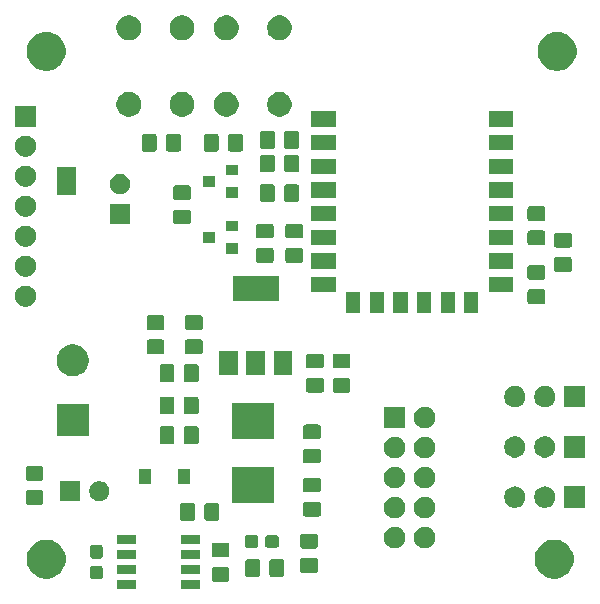
<source format=gbr>
G04 #@! TF.GenerationSoftware,KiCad,Pcbnew,(5.1.5)-3*
G04 #@! TF.CreationDate,2021-01-11T18:37:13+01:00*
G04 #@! TF.ProjectId,esp12Board,65737031-3242-46f6-9172-642e6b696361,rev?*
G04 #@! TF.SameCoordinates,Original*
G04 #@! TF.FileFunction,Soldermask,Top*
G04 #@! TF.FilePolarity,Negative*
%FSLAX46Y46*%
G04 Gerber Fmt 4.6, Leading zero omitted, Abs format (unit mm)*
G04 Created by KiCad (PCBNEW (5.1.5)-3) date 2021-01-11 18:37:13*
%MOMM*%
%LPD*%
G04 APERTURE LIST*
%ADD10C,0.100000*%
G04 APERTURE END LIST*
D10*
G36*
X46525500Y-84031000D02*
G01*
X44898500Y-84031000D01*
X44898500Y-83279000D01*
X46525500Y-83279000D01*
X46525500Y-84031000D01*
G37*
G36*
X41101500Y-84031000D02*
G01*
X39474500Y-84031000D01*
X39474500Y-83279000D01*
X41101500Y-83279000D01*
X41101500Y-84031000D01*
G37*
G36*
X48838674Y-82153465D02*
G01*
X48876367Y-82164899D01*
X48911103Y-82183466D01*
X48941548Y-82208452D01*
X48966534Y-82238897D01*
X48985101Y-82273633D01*
X48996535Y-82311326D01*
X49001000Y-82356661D01*
X49001000Y-83193339D01*
X48996535Y-83238674D01*
X48985101Y-83276367D01*
X48966534Y-83311103D01*
X48941548Y-83341548D01*
X48911103Y-83366534D01*
X48876367Y-83385101D01*
X48838674Y-83396535D01*
X48793339Y-83401000D01*
X47706661Y-83401000D01*
X47661326Y-83396535D01*
X47623633Y-83385101D01*
X47588897Y-83366534D01*
X47558452Y-83341548D01*
X47533466Y-83311103D01*
X47514899Y-83276367D01*
X47503465Y-83238674D01*
X47499000Y-83193339D01*
X47499000Y-82356661D01*
X47503465Y-82311326D01*
X47514899Y-82273633D01*
X47533466Y-82238897D01*
X47558452Y-82208452D01*
X47588897Y-82183466D01*
X47623633Y-82164899D01*
X47661326Y-82153465D01*
X47706661Y-82149000D01*
X48793339Y-82149000D01*
X48838674Y-82153465D01*
G37*
G36*
X38114499Y-82053445D02*
G01*
X38151995Y-82064820D01*
X38186554Y-82083292D01*
X38216847Y-82108153D01*
X38241708Y-82138446D01*
X38260180Y-82173005D01*
X38271555Y-82210501D01*
X38276000Y-82255638D01*
X38276000Y-82994362D01*
X38271555Y-83039499D01*
X38260180Y-83076995D01*
X38241708Y-83111554D01*
X38216847Y-83141847D01*
X38186554Y-83166708D01*
X38151995Y-83185180D01*
X38114499Y-83196555D01*
X38069362Y-83201000D01*
X37430638Y-83201000D01*
X37385501Y-83196555D01*
X37348005Y-83185180D01*
X37313446Y-83166708D01*
X37283153Y-83141847D01*
X37258292Y-83111554D01*
X37239820Y-83076995D01*
X37228445Y-83039499D01*
X37224000Y-82994362D01*
X37224000Y-82255638D01*
X37228445Y-82210501D01*
X37239820Y-82173005D01*
X37258292Y-82138446D01*
X37283153Y-82108153D01*
X37313446Y-82083292D01*
X37348005Y-82064820D01*
X37385501Y-82053445D01*
X37430638Y-82049000D01*
X38069362Y-82049000D01*
X38114499Y-82053445D01*
G37*
G36*
X76875256Y-79891298D02*
G01*
X76981579Y-79912447D01*
X77282042Y-80036903D01*
X77552451Y-80217585D01*
X77782415Y-80447549D01*
X77884948Y-80601000D01*
X77963098Y-80717960D01*
X78087553Y-81018422D01*
X78151000Y-81337389D01*
X78151000Y-81662611D01*
X78149297Y-81671173D01*
X78087553Y-81981579D01*
X77963097Y-82282042D01*
X77782415Y-82552451D01*
X77552451Y-82782415D01*
X77282042Y-82963097D01*
X77282041Y-82963098D01*
X77282040Y-82963098D01*
X77201316Y-82996535D01*
X76981579Y-83087553D01*
X76875256Y-83108702D01*
X76662611Y-83151000D01*
X76337389Y-83151000D01*
X76124744Y-83108702D01*
X76018421Y-83087553D01*
X75798684Y-82996535D01*
X75717960Y-82963098D01*
X75717959Y-82963098D01*
X75717958Y-82963097D01*
X75447549Y-82782415D01*
X75217585Y-82552451D01*
X75036903Y-82282042D01*
X74912447Y-81981579D01*
X74850703Y-81671173D01*
X74849000Y-81662611D01*
X74849000Y-81337389D01*
X74912447Y-81018422D01*
X75036902Y-80717960D01*
X75115052Y-80601000D01*
X75217585Y-80447549D01*
X75447549Y-80217585D01*
X75717958Y-80036903D01*
X76018421Y-79912447D01*
X76124744Y-79891298D01*
X76337389Y-79849000D01*
X76662611Y-79849000D01*
X76875256Y-79891298D01*
G37*
G36*
X33875256Y-79891298D02*
G01*
X33981579Y-79912447D01*
X34282042Y-80036903D01*
X34552451Y-80217585D01*
X34782415Y-80447549D01*
X34884948Y-80601000D01*
X34963098Y-80717960D01*
X35087553Y-81018422D01*
X35151000Y-81337389D01*
X35151000Y-81662611D01*
X35149297Y-81671173D01*
X35087553Y-81981579D01*
X34963097Y-82282042D01*
X34782415Y-82552451D01*
X34552451Y-82782415D01*
X34282042Y-82963097D01*
X34282041Y-82963098D01*
X34282040Y-82963098D01*
X34201316Y-82996535D01*
X33981579Y-83087553D01*
X33875256Y-83108702D01*
X33662611Y-83151000D01*
X33337389Y-83151000D01*
X33124744Y-83108702D01*
X33018421Y-83087553D01*
X32798684Y-82996535D01*
X32717960Y-82963098D01*
X32717959Y-82963098D01*
X32717958Y-82963097D01*
X32447549Y-82782415D01*
X32217585Y-82552451D01*
X32036903Y-82282042D01*
X31912447Y-81981579D01*
X31850703Y-81671173D01*
X31849000Y-81662611D01*
X31849000Y-81337389D01*
X31912447Y-81018422D01*
X32036902Y-80717960D01*
X32115052Y-80601000D01*
X32217585Y-80447549D01*
X32447549Y-80217585D01*
X32717958Y-80036903D01*
X33018421Y-79912447D01*
X33124744Y-79891298D01*
X33337389Y-79849000D01*
X33662611Y-79849000D01*
X33875256Y-79891298D01*
G37*
G36*
X51438674Y-81503465D02*
G01*
X51476367Y-81514899D01*
X51511103Y-81533466D01*
X51541548Y-81558452D01*
X51566534Y-81588897D01*
X51585101Y-81623633D01*
X51596535Y-81661326D01*
X51601000Y-81706661D01*
X51601000Y-82793339D01*
X51596535Y-82838674D01*
X51585101Y-82876367D01*
X51566534Y-82911103D01*
X51541548Y-82941548D01*
X51511103Y-82966534D01*
X51476367Y-82985101D01*
X51438674Y-82996535D01*
X51393339Y-83001000D01*
X50556661Y-83001000D01*
X50511326Y-82996535D01*
X50473633Y-82985101D01*
X50438897Y-82966534D01*
X50408452Y-82941548D01*
X50383466Y-82911103D01*
X50364899Y-82876367D01*
X50353465Y-82838674D01*
X50349000Y-82793339D01*
X50349000Y-81706661D01*
X50353465Y-81661326D01*
X50364899Y-81623633D01*
X50383466Y-81588897D01*
X50408452Y-81558452D01*
X50438897Y-81533466D01*
X50473633Y-81514899D01*
X50511326Y-81503465D01*
X50556661Y-81499000D01*
X51393339Y-81499000D01*
X51438674Y-81503465D01*
G37*
G36*
X53488674Y-81503465D02*
G01*
X53526367Y-81514899D01*
X53561103Y-81533466D01*
X53591548Y-81558452D01*
X53616534Y-81588897D01*
X53635101Y-81623633D01*
X53646535Y-81661326D01*
X53651000Y-81706661D01*
X53651000Y-82793339D01*
X53646535Y-82838674D01*
X53635101Y-82876367D01*
X53616534Y-82911103D01*
X53591548Y-82941548D01*
X53561103Y-82966534D01*
X53526367Y-82985101D01*
X53488674Y-82996535D01*
X53443339Y-83001000D01*
X52606661Y-83001000D01*
X52561326Y-82996535D01*
X52523633Y-82985101D01*
X52488897Y-82966534D01*
X52458452Y-82941548D01*
X52433466Y-82911103D01*
X52414899Y-82876367D01*
X52403465Y-82838674D01*
X52399000Y-82793339D01*
X52399000Y-81706661D01*
X52403465Y-81661326D01*
X52414899Y-81623633D01*
X52433466Y-81588897D01*
X52458452Y-81558452D01*
X52488897Y-81533466D01*
X52523633Y-81514899D01*
X52561326Y-81503465D01*
X52606661Y-81499000D01*
X53443339Y-81499000D01*
X53488674Y-81503465D01*
G37*
G36*
X41101500Y-82761000D02*
G01*
X39474500Y-82761000D01*
X39474500Y-82009000D01*
X41101500Y-82009000D01*
X41101500Y-82761000D01*
G37*
G36*
X46525500Y-82761000D02*
G01*
X44898500Y-82761000D01*
X44898500Y-82009000D01*
X46525500Y-82009000D01*
X46525500Y-82761000D01*
G37*
G36*
X56338674Y-81403465D02*
G01*
X56376367Y-81414899D01*
X56411103Y-81433466D01*
X56441548Y-81458452D01*
X56466534Y-81488897D01*
X56485101Y-81523633D01*
X56496535Y-81561326D01*
X56501000Y-81606661D01*
X56501000Y-82443339D01*
X56496535Y-82488674D01*
X56485101Y-82526367D01*
X56466534Y-82561103D01*
X56441548Y-82591548D01*
X56411103Y-82616534D01*
X56376367Y-82635101D01*
X56338674Y-82646535D01*
X56293339Y-82651000D01*
X55206661Y-82651000D01*
X55161326Y-82646535D01*
X55123633Y-82635101D01*
X55088897Y-82616534D01*
X55058452Y-82591548D01*
X55033466Y-82561103D01*
X55014899Y-82526367D01*
X55003465Y-82488674D01*
X54999000Y-82443339D01*
X54999000Y-81606661D01*
X55003465Y-81561326D01*
X55014899Y-81523633D01*
X55033466Y-81488897D01*
X55058452Y-81458452D01*
X55088897Y-81433466D01*
X55123633Y-81414899D01*
X55161326Y-81403465D01*
X55206661Y-81399000D01*
X56293339Y-81399000D01*
X56338674Y-81403465D01*
G37*
G36*
X41101500Y-81491000D02*
G01*
X39474500Y-81491000D01*
X39474500Y-80739000D01*
X41101500Y-80739000D01*
X41101500Y-81491000D01*
G37*
G36*
X46525500Y-81491000D02*
G01*
X44898500Y-81491000D01*
X44898500Y-80739000D01*
X46525500Y-80739000D01*
X46525500Y-81491000D01*
G37*
G36*
X38114499Y-80303445D02*
G01*
X38151995Y-80314820D01*
X38186554Y-80333292D01*
X38216847Y-80358153D01*
X38241708Y-80388446D01*
X38260180Y-80423005D01*
X38271555Y-80460501D01*
X38276000Y-80505638D01*
X38276000Y-81244362D01*
X38271555Y-81289499D01*
X38260180Y-81326995D01*
X38241708Y-81361554D01*
X38216847Y-81391847D01*
X38186554Y-81416708D01*
X38151995Y-81435180D01*
X38114499Y-81446555D01*
X38069362Y-81451000D01*
X37430638Y-81451000D01*
X37385501Y-81446555D01*
X37348005Y-81435180D01*
X37313446Y-81416708D01*
X37283153Y-81391847D01*
X37258292Y-81361554D01*
X37239820Y-81326995D01*
X37228445Y-81289499D01*
X37224000Y-81244362D01*
X37224000Y-80505638D01*
X37228445Y-80460501D01*
X37239820Y-80423005D01*
X37258292Y-80388446D01*
X37283153Y-80358153D01*
X37313446Y-80333292D01*
X37348005Y-80314820D01*
X37385501Y-80303445D01*
X37430638Y-80299000D01*
X38069362Y-80299000D01*
X38114499Y-80303445D01*
G37*
G36*
X48838674Y-80103465D02*
G01*
X48876367Y-80114899D01*
X48911103Y-80133466D01*
X48941548Y-80158452D01*
X48966534Y-80188897D01*
X48985101Y-80223633D01*
X48996535Y-80261326D01*
X49001000Y-80306661D01*
X49001000Y-81143339D01*
X48996535Y-81188674D01*
X48985101Y-81226367D01*
X48966534Y-81261103D01*
X48941548Y-81291548D01*
X48911103Y-81316534D01*
X48876367Y-81335101D01*
X48838674Y-81346535D01*
X48793339Y-81351000D01*
X47706661Y-81351000D01*
X47661326Y-81346535D01*
X47623633Y-81335101D01*
X47588897Y-81316534D01*
X47558452Y-81291548D01*
X47533466Y-81261103D01*
X47514899Y-81226367D01*
X47503465Y-81188674D01*
X47499000Y-81143339D01*
X47499000Y-80306661D01*
X47503465Y-80261326D01*
X47514899Y-80223633D01*
X47533466Y-80188897D01*
X47558452Y-80158452D01*
X47588897Y-80133466D01*
X47623633Y-80114899D01*
X47661326Y-80103465D01*
X47706661Y-80099000D01*
X48793339Y-80099000D01*
X48838674Y-80103465D01*
G37*
G36*
X56338674Y-79353465D02*
G01*
X56376367Y-79364899D01*
X56411103Y-79383466D01*
X56441548Y-79408452D01*
X56466534Y-79438897D01*
X56485101Y-79473633D01*
X56496535Y-79511326D01*
X56501000Y-79556661D01*
X56501000Y-80393339D01*
X56496535Y-80438674D01*
X56485102Y-80476364D01*
X56466534Y-80511103D01*
X56441548Y-80541548D01*
X56411103Y-80566534D01*
X56376367Y-80585101D01*
X56338674Y-80596535D01*
X56293339Y-80601000D01*
X55206661Y-80601000D01*
X55161326Y-80596535D01*
X55123633Y-80585101D01*
X55088897Y-80566534D01*
X55058452Y-80541548D01*
X55033466Y-80511103D01*
X55014898Y-80476364D01*
X55003465Y-80438674D01*
X54999000Y-80393339D01*
X54999000Y-79556661D01*
X55003465Y-79511326D01*
X55014899Y-79473633D01*
X55033466Y-79438897D01*
X55058452Y-79408452D01*
X55088897Y-79383466D01*
X55123633Y-79364899D01*
X55161326Y-79353465D01*
X55206661Y-79349000D01*
X56293339Y-79349000D01*
X56338674Y-79353465D01*
G37*
G36*
X63266778Y-78780547D02*
G01*
X63433224Y-78849491D01*
X63583022Y-78949583D01*
X63710417Y-79076978D01*
X63810509Y-79226776D01*
X63879453Y-79393222D01*
X63914600Y-79569918D01*
X63914600Y-79750082D01*
X63879453Y-79926778D01*
X63810509Y-80093224D01*
X63710417Y-80243022D01*
X63583022Y-80370417D01*
X63433224Y-80470509D01*
X63266778Y-80539453D01*
X63090082Y-80574600D01*
X62909918Y-80574600D01*
X62733222Y-80539453D01*
X62566776Y-80470509D01*
X62416978Y-80370417D01*
X62289583Y-80243022D01*
X62189491Y-80093224D01*
X62120547Y-79926778D01*
X62085400Y-79750082D01*
X62085400Y-79569918D01*
X62120547Y-79393222D01*
X62189491Y-79226776D01*
X62289583Y-79076978D01*
X62416978Y-78949583D01*
X62566776Y-78849491D01*
X62733222Y-78780547D01*
X62909918Y-78745400D01*
X63090082Y-78745400D01*
X63266778Y-78780547D01*
G37*
G36*
X65806778Y-78780547D02*
G01*
X65973224Y-78849491D01*
X66123022Y-78949583D01*
X66250417Y-79076978D01*
X66350509Y-79226776D01*
X66419453Y-79393222D01*
X66454600Y-79569918D01*
X66454600Y-79750082D01*
X66419453Y-79926778D01*
X66350509Y-80093224D01*
X66250417Y-80243022D01*
X66123022Y-80370417D01*
X65973224Y-80470509D01*
X65806778Y-80539453D01*
X65630082Y-80574600D01*
X65449918Y-80574600D01*
X65273222Y-80539453D01*
X65106776Y-80470509D01*
X64956978Y-80370417D01*
X64829583Y-80243022D01*
X64729491Y-80093224D01*
X64660547Y-79926778D01*
X64625400Y-79750082D01*
X64625400Y-79569918D01*
X64660547Y-79393222D01*
X64729491Y-79226776D01*
X64829583Y-79076978D01*
X64956978Y-78949583D01*
X65106776Y-78849491D01*
X65273222Y-78780547D01*
X65449918Y-78745400D01*
X65630082Y-78745400D01*
X65806778Y-78780547D01*
G37*
G36*
X53039499Y-79478445D02*
G01*
X53076995Y-79489820D01*
X53111554Y-79508292D01*
X53141847Y-79533153D01*
X53166708Y-79563446D01*
X53185180Y-79598005D01*
X53196555Y-79635501D01*
X53201000Y-79680638D01*
X53201000Y-80319362D01*
X53196555Y-80364499D01*
X53185180Y-80401995D01*
X53166708Y-80436554D01*
X53141847Y-80466847D01*
X53111554Y-80491708D01*
X53076995Y-80510180D01*
X53039499Y-80521555D01*
X52994362Y-80526000D01*
X52255638Y-80526000D01*
X52210501Y-80521555D01*
X52173005Y-80510180D01*
X52138446Y-80491708D01*
X52108153Y-80466847D01*
X52083292Y-80436554D01*
X52064820Y-80401995D01*
X52053445Y-80364499D01*
X52049000Y-80319362D01*
X52049000Y-79680638D01*
X52053445Y-79635501D01*
X52064820Y-79598005D01*
X52083292Y-79563446D01*
X52108153Y-79533153D01*
X52138446Y-79508292D01*
X52173005Y-79489820D01*
X52210501Y-79478445D01*
X52255638Y-79474000D01*
X52994362Y-79474000D01*
X53039499Y-79478445D01*
G37*
G36*
X51289499Y-79478445D02*
G01*
X51326995Y-79489820D01*
X51361554Y-79508292D01*
X51391847Y-79533153D01*
X51416708Y-79563446D01*
X51435180Y-79598005D01*
X51446555Y-79635501D01*
X51451000Y-79680638D01*
X51451000Y-80319362D01*
X51446555Y-80364499D01*
X51435180Y-80401995D01*
X51416708Y-80436554D01*
X51391847Y-80466847D01*
X51361554Y-80491708D01*
X51326995Y-80510180D01*
X51289499Y-80521555D01*
X51244362Y-80526000D01*
X50505638Y-80526000D01*
X50460501Y-80521555D01*
X50423005Y-80510180D01*
X50388446Y-80491708D01*
X50358153Y-80466847D01*
X50333292Y-80436554D01*
X50314820Y-80401995D01*
X50303445Y-80364499D01*
X50299000Y-80319362D01*
X50299000Y-79680638D01*
X50303445Y-79635501D01*
X50314820Y-79598005D01*
X50333292Y-79563446D01*
X50358153Y-79533153D01*
X50388446Y-79508292D01*
X50423005Y-79489820D01*
X50460501Y-79478445D01*
X50505638Y-79474000D01*
X51244362Y-79474000D01*
X51289499Y-79478445D01*
G37*
G36*
X46525500Y-80221000D02*
G01*
X44898500Y-80221000D01*
X44898500Y-79469000D01*
X46525500Y-79469000D01*
X46525500Y-80221000D01*
G37*
G36*
X41101500Y-80221000D02*
G01*
X39474500Y-80221000D01*
X39474500Y-79469000D01*
X41101500Y-79469000D01*
X41101500Y-80221000D01*
G37*
G36*
X47988674Y-76753465D02*
G01*
X48026367Y-76764899D01*
X48061103Y-76783466D01*
X48091548Y-76808452D01*
X48116534Y-76838897D01*
X48135101Y-76873633D01*
X48146535Y-76911326D01*
X48151000Y-76956661D01*
X48151000Y-78043339D01*
X48146535Y-78088674D01*
X48135101Y-78126367D01*
X48116534Y-78161103D01*
X48091548Y-78191548D01*
X48061103Y-78216534D01*
X48026367Y-78235101D01*
X47988674Y-78246535D01*
X47943339Y-78251000D01*
X47106661Y-78251000D01*
X47061326Y-78246535D01*
X47023633Y-78235101D01*
X46988897Y-78216534D01*
X46958452Y-78191548D01*
X46933466Y-78161103D01*
X46914899Y-78126367D01*
X46903465Y-78088674D01*
X46899000Y-78043339D01*
X46899000Y-76956661D01*
X46903465Y-76911326D01*
X46914899Y-76873633D01*
X46933466Y-76838897D01*
X46958452Y-76808452D01*
X46988897Y-76783466D01*
X47023633Y-76764899D01*
X47061326Y-76753465D01*
X47106661Y-76749000D01*
X47943339Y-76749000D01*
X47988674Y-76753465D01*
G37*
G36*
X45938674Y-76753465D02*
G01*
X45976367Y-76764899D01*
X46011103Y-76783466D01*
X46041548Y-76808452D01*
X46066534Y-76838897D01*
X46085101Y-76873633D01*
X46096535Y-76911326D01*
X46101000Y-76956661D01*
X46101000Y-78043339D01*
X46096535Y-78088674D01*
X46085101Y-78126367D01*
X46066534Y-78161103D01*
X46041548Y-78191548D01*
X46011103Y-78216534D01*
X45976367Y-78235101D01*
X45938674Y-78246535D01*
X45893339Y-78251000D01*
X45056661Y-78251000D01*
X45011326Y-78246535D01*
X44973633Y-78235101D01*
X44938897Y-78216534D01*
X44908452Y-78191548D01*
X44883466Y-78161103D01*
X44864899Y-78126367D01*
X44853465Y-78088674D01*
X44849000Y-78043339D01*
X44849000Y-76956661D01*
X44853465Y-76911326D01*
X44864899Y-76873633D01*
X44883466Y-76838897D01*
X44908452Y-76808452D01*
X44938897Y-76783466D01*
X44973633Y-76764899D01*
X45011326Y-76753465D01*
X45056661Y-76749000D01*
X45893339Y-76749000D01*
X45938674Y-76753465D01*
G37*
G36*
X65806778Y-76240547D02*
G01*
X65973224Y-76309491D01*
X66123022Y-76409583D01*
X66250417Y-76536978D01*
X66350509Y-76686776D01*
X66419453Y-76853222D01*
X66454600Y-77029918D01*
X66454600Y-77210082D01*
X66419453Y-77386778D01*
X66350509Y-77553224D01*
X66250417Y-77703022D01*
X66123022Y-77830417D01*
X65973224Y-77930509D01*
X65806778Y-77999453D01*
X65630082Y-78034600D01*
X65449918Y-78034600D01*
X65273222Y-77999453D01*
X65106776Y-77930509D01*
X64956978Y-77830417D01*
X64829583Y-77703022D01*
X64729491Y-77553224D01*
X64660547Y-77386778D01*
X64625400Y-77210082D01*
X64625400Y-77029918D01*
X64660547Y-76853222D01*
X64729491Y-76686776D01*
X64829583Y-76536978D01*
X64956978Y-76409583D01*
X65106776Y-76309491D01*
X65273222Y-76240547D01*
X65449918Y-76205400D01*
X65630082Y-76205400D01*
X65806778Y-76240547D01*
G37*
G36*
X63266778Y-76240547D02*
G01*
X63433224Y-76309491D01*
X63583022Y-76409583D01*
X63710417Y-76536978D01*
X63810509Y-76686776D01*
X63879453Y-76853222D01*
X63914600Y-77029918D01*
X63914600Y-77210082D01*
X63879453Y-77386778D01*
X63810509Y-77553224D01*
X63710417Y-77703022D01*
X63583022Y-77830417D01*
X63433224Y-77930509D01*
X63266778Y-77999453D01*
X63090082Y-78034600D01*
X62909918Y-78034600D01*
X62733222Y-77999453D01*
X62566776Y-77930509D01*
X62416978Y-77830417D01*
X62289583Y-77703022D01*
X62189491Y-77553224D01*
X62120547Y-77386778D01*
X62085400Y-77210082D01*
X62085400Y-77029918D01*
X62120547Y-76853222D01*
X62189491Y-76686776D01*
X62289583Y-76536978D01*
X62416978Y-76409583D01*
X62566776Y-76309491D01*
X62733222Y-76240547D01*
X62909918Y-76205400D01*
X63090082Y-76205400D01*
X63266778Y-76240547D01*
G37*
G36*
X56588674Y-76653465D02*
G01*
X56626367Y-76664899D01*
X56661103Y-76683466D01*
X56691548Y-76708452D01*
X56716534Y-76738897D01*
X56735101Y-76773633D01*
X56746535Y-76811326D01*
X56751000Y-76856661D01*
X56751000Y-77693339D01*
X56746535Y-77738674D01*
X56735101Y-77776367D01*
X56716534Y-77811103D01*
X56691548Y-77841548D01*
X56661103Y-77866534D01*
X56626367Y-77885101D01*
X56588674Y-77896535D01*
X56543339Y-77901000D01*
X55456661Y-77901000D01*
X55411326Y-77896535D01*
X55373633Y-77885101D01*
X55338897Y-77866534D01*
X55308452Y-77841548D01*
X55283466Y-77811103D01*
X55264899Y-77776367D01*
X55253465Y-77738674D01*
X55249000Y-77693339D01*
X55249000Y-76856661D01*
X55253465Y-76811326D01*
X55264899Y-76773633D01*
X55283466Y-76738897D01*
X55308452Y-76708452D01*
X55338897Y-76683466D01*
X55373633Y-76664899D01*
X55411326Y-76653465D01*
X55456661Y-76649000D01*
X56543339Y-76649000D01*
X56588674Y-76653465D01*
G37*
G36*
X75823512Y-75353927D02*
G01*
X75972812Y-75383624D01*
X76136784Y-75451544D01*
X76284354Y-75550147D01*
X76409853Y-75675646D01*
X76508456Y-75823216D01*
X76576376Y-75987188D01*
X76611000Y-76161259D01*
X76611000Y-76338741D01*
X76576376Y-76512812D01*
X76508456Y-76676784D01*
X76409853Y-76824354D01*
X76284354Y-76949853D01*
X76136784Y-77048456D01*
X75972812Y-77116376D01*
X75823512Y-77146073D01*
X75798742Y-77151000D01*
X75621258Y-77151000D01*
X75596488Y-77146073D01*
X75447188Y-77116376D01*
X75283216Y-77048456D01*
X75135646Y-76949853D01*
X75010147Y-76824354D01*
X74911544Y-76676784D01*
X74843624Y-76512812D01*
X74809000Y-76338741D01*
X74809000Y-76161259D01*
X74843624Y-75987188D01*
X74911544Y-75823216D01*
X75010147Y-75675646D01*
X75135646Y-75550147D01*
X75283216Y-75451544D01*
X75447188Y-75383624D01*
X75596488Y-75353927D01*
X75621258Y-75349000D01*
X75798742Y-75349000D01*
X75823512Y-75353927D01*
G37*
G36*
X73283512Y-75353927D02*
G01*
X73432812Y-75383624D01*
X73596784Y-75451544D01*
X73744354Y-75550147D01*
X73869853Y-75675646D01*
X73968456Y-75823216D01*
X74036376Y-75987188D01*
X74071000Y-76161259D01*
X74071000Y-76338741D01*
X74036376Y-76512812D01*
X73968456Y-76676784D01*
X73869853Y-76824354D01*
X73744354Y-76949853D01*
X73596784Y-77048456D01*
X73432812Y-77116376D01*
X73283512Y-77146073D01*
X73258742Y-77151000D01*
X73081258Y-77151000D01*
X73056488Y-77146073D01*
X72907188Y-77116376D01*
X72743216Y-77048456D01*
X72595646Y-76949853D01*
X72470147Y-76824354D01*
X72371544Y-76676784D01*
X72303624Y-76512812D01*
X72269000Y-76338741D01*
X72269000Y-76161259D01*
X72303624Y-75987188D01*
X72371544Y-75823216D01*
X72470147Y-75675646D01*
X72595646Y-75550147D01*
X72743216Y-75451544D01*
X72907188Y-75383624D01*
X73056488Y-75353927D01*
X73081258Y-75349000D01*
X73258742Y-75349000D01*
X73283512Y-75353927D01*
G37*
G36*
X79151000Y-77151000D02*
G01*
X77349000Y-77151000D01*
X77349000Y-75349000D01*
X79151000Y-75349000D01*
X79151000Y-77151000D01*
G37*
G36*
X33088674Y-75653465D02*
G01*
X33126367Y-75664899D01*
X33161103Y-75683466D01*
X33191548Y-75708452D01*
X33216534Y-75738897D01*
X33235101Y-75773633D01*
X33246535Y-75811326D01*
X33251000Y-75856661D01*
X33251000Y-76693339D01*
X33246535Y-76738674D01*
X33235101Y-76776367D01*
X33216534Y-76811103D01*
X33191548Y-76841548D01*
X33161103Y-76866534D01*
X33126367Y-76885101D01*
X33088674Y-76896535D01*
X33043339Y-76901000D01*
X31956661Y-76901000D01*
X31911326Y-76896535D01*
X31873633Y-76885101D01*
X31838897Y-76866534D01*
X31808452Y-76841548D01*
X31783466Y-76811103D01*
X31764899Y-76776367D01*
X31753465Y-76738674D01*
X31749000Y-76693339D01*
X31749000Y-75856661D01*
X31753465Y-75811326D01*
X31764899Y-75773633D01*
X31783466Y-75738897D01*
X31808452Y-75708452D01*
X31838897Y-75683466D01*
X31873633Y-75664899D01*
X31911326Y-75653465D01*
X31956661Y-75649000D01*
X33043339Y-75649000D01*
X33088674Y-75653465D01*
G37*
G36*
X52801000Y-76751000D02*
G01*
X49199000Y-76751000D01*
X49199000Y-73699000D01*
X52801000Y-73699000D01*
X52801000Y-76751000D01*
G37*
G36*
X38248228Y-74931703D02*
G01*
X38403100Y-74995853D01*
X38542481Y-75088985D01*
X38661015Y-75207519D01*
X38754147Y-75346900D01*
X38818297Y-75501772D01*
X38851000Y-75666184D01*
X38851000Y-75833816D01*
X38818297Y-75998228D01*
X38754147Y-76153100D01*
X38661015Y-76292481D01*
X38542481Y-76411015D01*
X38403100Y-76504147D01*
X38248228Y-76568297D01*
X38083816Y-76601000D01*
X37916184Y-76601000D01*
X37751772Y-76568297D01*
X37596900Y-76504147D01*
X37457519Y-76411015D01*
X37338985Y-76292481D01*
X37245853Y-76153100D01*
X37181703Y-75998228D01*
X37149000Y-75833816D01*
X37149000Y-75666184D01*
X37181703Y-75501772D01*
X37245853Y-75346900D01*
X37338985Y-75207519D01*
X37457519Y-75088985D01*
X37596900Y-74995853D01*
X37751772Y-74931703D01*
X37916184Y-74899000D01*
X38083816Y-74899000D01*
X38248228Y-74931703D01*
G37*
G36*
X36351000Y-76601000D02*
G01*
X34649000Y-76601000D01*
X34649000Y-74899000D01*
X36351000Y-74899000D01*
X36351000Y-76601000D01*
G37*
G36*
X56588674Y-74603465D02*
G01*
X56626367Y-74614899D01*
X56661103Y-74633466D01*
X56691548Y-74658452D01*
X56716534Y-74688897D01*
X56735101Y-74723633D01*
X56746535Y-74761326D01*
X56751000Y-74806661D01*
X56751000Y-75643339D01*
X56746535Y-75688674D01*
X56735101Y-75726367D01*
X56716534Y-75761103D01*
X56691548Y-75791548D01*
X56661103Y-75816534D01*
X56626367Y-75835101D01*
X56588674Y-75846535D01*
X56543339Y-75851000D01*
X55456661Y-75851000D01*
X55411326Y-75846535D01*
X55373633Y-75835101D01*
X55338897Y-75816534D01*
X55308452Y-75791548D01*
X55283466Y-75761103D01*
X55264899Y-75726367D01*
X55253465Y-75688674D01*
X55249000Y-75643339D01*
X55249000Y-74806661D01*
X55253465Y-74761326D01*
X55264899Y-74723633D01*
X55283466Y-74688897D01*
X55308452Y-74658452D01*
X55338897Y-74633466D01*
X55373633Y-74614899D01*
X55411326Y-74603465D01*
X55456661Y-74599000D01*
X56543339Y-74599000D01*
X56588674Y-74603465D01*
G37*
G36*
X65806778Y-73700547D02*
G01*
X65973224Y-73769491D01*
X66123022Y-73869583D01*
X66250417Y-73996978D01*
X66350509Y-74146776D01*
X66419453Y-74313222D01*
X66454600Y-74489918D01*
X66454600Y-74670082D01*
X66419453Y-74846778D01*
X66350509Y-75013224D01*
X66250417Y-75163022D01*
X66123022Y-75290417D01*
X65973224Y-75390509D01*
X65806778Y-75459453D01*
X65630082Y-75494600D01*
X65449918Y-75494600D01*
X65273222Y-75459453D01*
X65106776Y-75390509D01*
X64956978Y-75290417D01*
X64829583Y-75163022D01*
X64729491Y-75013224D01*
X64660547Y-74846778D01*
X64625400Y-74670082D01*
X64625400Y-74489918D01*
X64660547Y-74313222D01*
X64729491Y-74146776D01*
X64829583Y-73996978D01*
X64956978Y-73869583D01*
X65106776Y-73769491D01*
X65273222Y-73700547D01*
X65449918Y-73665400D01*
X65630082Y-73665400D01*
X65806778Y-73700547D01*
G37*
G36*
X63266778Y-73700547D02*
G01*
X63433224Y-73769491D01*
X63583022Y-73869583D01*
X63710417Y-73996978D01*
X63810509Y-74146776D01*
X63879453Y-74313222D01*
X63914600Y-74489918D01*
X63914600Y-74670082D01*
X63879453Y-74846778D01*
X63810509Y-75013224D01*
X63710417Y-75163022D01*
X63583022Y-75290417D01*
X63433224Y-75390509D01*
X63266778Y-75459453D01*
X63090082Y-75494600D01*
X62909918Y-75494600D01*
X62733222Y-75459453D01*
X62566776Y-75390509D01*
X62416978Y-75290417D01*
X62289583Y-75163022D01*
X62189491Y-75013224D01*
X62120547Y-74846778D01*
X62085400Y-74670082D01*
X62085400Y-74489918D01*
X62120547Y-74313222D01*
X62189491Y-74146776D01*
X62289583Y-73996978D01*
X62416978Y-73869583D01*
X62566776Y-73769491D01*
X62733222Y-73700547D01*
X62909918Y-73665400D01*
X63090082Y-73665400D01*
X63266778Y-73700547D01*
G37*
G36*
X45651000Y-75151000D02*
G01*
X44649000Y-75151000D01*
X44649000Y-73849000D01*
X45651000Y-73849000D01*
X45651000Y-75151000D01*
G37*
G36*
X42351000Y-75151000D02*
G01*
X41349000Y-75151000D01*
X41349000Y-73849000D01*
X42351000Y-73849000D01*
X42351000Y-75151000D01*
G37*
G36*
X33088674Y-73603465D02*
G01*
X33126367Y-73614899D01*
X33161103Y-73633466D01*
X33191548Y-73658452D01*
X33216534Y-73688897D01*
X33235101Y-73723633D01*
X33246535Y-73761326D01*
X33251000Y-73806661D01*
X33251000Y-74643339D01*
X33246535Y-74688674D01*
X33235101Y-74726367D01*
X33216534Y-74761103D01*
X33191548Y-74791548D01*
X33161103Y-74816534D01*
X33126367Y-74835101D01*
X33088674Y-74846535D01*
X33043339Y-74851000D01*
X31956661Y-74851000D01*
X31911326Y-74846535D01*
X31873633Y-74835101D01*
X31838897Y-74816534D01*
X31808452Y-74791548D01*
X31783466Y-74761103D01*
X31764899Y-74726367D01*
X31753465Y-74688674D01*
X31749000Y-74643339D01*
X31749000Y-73806661D01*
X31753465Y-73761326D01*
X31764899Y-73723633D01*
X31783466Y-73688897D01*
X31808452Y-73658452D01*
X31838897Y-73633466D01*
X31873633Y-73614899D01*
X31911326Y-73603465D01*
X31956661Y-73599000D01*
X33043339Y-73599000D01*
X33088674Y-73603465D01*
G37*
G36*
X56588674Y-72153465D02*
G01*
X56626367Y-72164899D01*
X56661103Y-72183466D01*
X56691548Y-72208452D01*
X56716534Y-72238897D01*
X56735101Y-72273633D01*
X56746535Y-72311326D01*
X56751000Y-72356661D01*
X56751000Y-73193339D01*
X56746535Y-73238674D01*
X56735101Y-73276367D01*
X56716534Y-73311103D01*
X56691548Y-73341548D01*
X56661103Y-73366534D01*
X56626367Y-73385101D01*
X56588674Y-73396535D01*
X56543339Y-73401000D01*
X55456661Y-73401000D01*
X55411326Y-73396535D01*
X55373633Y-73385101D01*
X55338897Y-73366534D01*
X55308452Y-73341548D01*
X55283466Y-73311103D01*
X55264899Y-73276367D01*
X55253465Y-73238674D01*
X55249000Y-73193339D01*
X55249000Y-72356661D01*
X55253465Y-72311326D01*
X55264899Y-72273633D01*
X55283466Y-72238897D01*
X55308452Y-72208452D01*
X55338897Y-72183466D01*
X55373633Y-72164899D01*
X55411326Y-72153465D01*
X55456661Y-72149000D01*
X56543339Y-72149000D01*
X56588674Y-72153465D01*
G37*
G36*
X63266778Y-71160547D02*
G01*
X63433224Y-71229491D01*
X63583022Y-71329583D01*
X63710417Y-71456978D01*
X63810509Y-71606776D01*
X63879453Y-71773222D01*
X63914600Y-71949918D01*
X63914600Y-72130082D01*
X63879453Y-72306778D01*
X63810509Y-72473224D01*
X63710417Y-72623022D01*
X63583022Y-72750417D01*
X63433224Y-72850509D01*
X63266778Y-72919453D01*
X63090082Y-72954600D01*
X62909918Y-72954600D01*
X62733222Y-72919453D01*
X62566776Y-72850509D01*
X62416978Y-72750417D01*
X62289583Y-72623022D01*
X62189491Y-72473224D01*
X62120547Y-72306778D01*
X62085400Y-72130082D01*
X62085400Y-71949918D01*
X62120547Y-71773222D01*
X62189491Y-71606776D01*
X62289583Y-71456978D01*
X62416978Y-71329583D01*
X62566776Y-71229491D01*
X62733222Y-71160547D01*
X62909918Y-71125400D01*
X63090082Y-71125400D01*
X63266778Y-71160547D01*
G37*
G36*
X65806778Y-71160547D02*
G01*
X65973224Y-71229491D01*
X66123022Y-71329583D01*
X66250417Y-71456978D01*
X66350509Y-71606776D01*
X66419453Y-71773222D01*
X66454600Y-71949918D01*
X66454600Y-72130082D01*
X66419453Y-72306778D01*
X66350509Y-72473224D01*
X66250417Y-72623022D01*
X66123022Y-72750417D01*
X65973224Y-72850509D01*
X65806778Y-72919453D01*
X65630082Y-72954600D01*
X65449918Y-72954600D01*
X65273222Y-72919453D01*
X65106776Y-72850509D01*
X64956978Y-72750417D01*
X64829583Y-72623022D01*
X64729491Y-72473224D01*
X64660547Y-72306778D01*
X64625400Y-72130082D01*
X64625400Y-71949918D01*
X64660547Y-71773222D01*
X64729491Y-71606776D01*
X64829583Y-71456978D01*
X64956978Y-71329583D01*
X65106776Y-71229491D01*
X65273222Y-71160547D01*
X65449918Y-71125400D01*
X65630082Y-71125400D01*
X65806778Y-71160547D01*
G37*
G36*
X79151000Y-72901000D02*
G01*
X77349000Y-72901000D01*
X77349000Y-71099000D01*
X79151000Y-71099000D01*
X79151000Y-72901000D01*
G37*
G36*
X73283512Y-71103927D02*
G01*
X73432812Y-71133624D01*
X73596784Y-71201544D01*
X73744354Y-71300147D01*
X73869853Y-71425646D01*
X73968456Y-71573216D01*
X74036376Y-71737188D01*
X74071000Y-71911259D01*
X74071000Y-72088741D01*
X74036376Y-72262812D01*
X73968456Y-72426784D01*
X73869853Y-72574354D01*
X73744354Y-72699853D01*
X73596784Y-72798456D01*
X73432812Y-72866376D01*
X73283512Y-72896073D01*
X73258742Y-72901000D01*
X73081258Y-72901000D01*
X73056488Y-72896073D01*
X72907188Y-72866376D01*
X72743216Y-72798456D01*
X72595646Y-72699853D01*
X72470147Y-72574354D01*
X72371544Y-72426784D01*
X72303624Y-72262812D01*
X72269000Y-72088741D01*
X72269000Y-71911259D01*
X72303624Y-71737188D01*
X72371544Y-71573216D01*
X72470147Y-71425646D01*
X72595646Y-71300147D01*
X72743216Y-71201544D01*
X72907188Y-71133624D01*
X73056488Y-71103927D01*
X73081258Y-71099000D01*
X73258742Y-71099000D01*
X73283512Y-71103927D01*
G37*
G36*
X75823512Y-71103927D02*
G01*
X75972812Y-71133624D01*
X76136784Y-71201544D01*
X76284354Y-71300147D01*
X76409853Y-71425646D01*
X76508456Y-71573216D01*
X76576376Y-71737188D01*
X76611000Y-71911259D01*
X76611000Y-72088741D01*
X76576376Y-72262812D01*
X76508456Y-72426784D01*
X76409853Y-72574354D01*
X76284354Y-72699853D01*
X76136784Y-72798456D01*
X75972812Y-72866376D01*
X75823512Y-72896073D01*
X75798742Y-72901000D01*
X75621258Y-72901000D01*
X75596488Y-72896073D01*
X75447188Y-72866376D01*
X75283216Y-72798456D01*
X75135646Y-72699853D01*
X75010147Y-72574354D01*
X74911544Y-72426784D01*
X74843624Y-72262812D01*
X74809000Y-72088741D01*
X74809000Y-71911259D01*
X74843624Y-71737188D01*
X74911544Y-71573216D01*
X75010147Y-71425646D01*
X75135646Y-71300147D01*
X75283216Y-71201544D01*
X75447188Y-71133624D01*
X75596488Y-71103927D01*
X75621258Y-71099000D01*
X75798742Y-71099000D01*
X75823512Y-71103927D01*
G37*
G36*
X46238674Y-70253465D02*
G01*
X46276367Y-70264899D01*
X46311103Y-70283466D01*
X46341548Y-70308452D01*
X46366534Y-70338897D01*
X46385101Y-70373633D01*
X46396535Y-70411326D01*
X46401000Y-70456661D01*
X46401000Y-71543339D01*
X46396535Y-71588674D01*
X46385101Y-71626367D01*
X46366534Y-71661103D01*
X46341548Y-71691548D01*
X46311103Y-71716534D01*
X46276367Y-71735101D01*
X46238674Y-71746535D01*
X46193339Y-71751000D01*
X45356661Y-71751000D01*
X45311326Y-71746535D01*
X45273633Y-71735101D01*
X45238897Y-71716534D01*
X45208452Y-71691548D01*
X45183466Y-71661103D01*
X45164899Y-71626367D01*
X45153465Y-71588674D01*
X45149000Y-71543339D01*
X45149000Y-70456661D01*
X45153465Y-70411326D01*
X45164899Y-70373633D01*
X45183466Y-70338897D01*
X45208452Y-70308452D01*
X45238897Y-70283466D01*
X45273633Y-70264899D01*
X45311326Y-70253465D01*
X45356661Y-70249000D01*
X46193339Y-70249000D01*
X46238674Y-70253465D01*
G37*
G36*
X44188674Y-70253465D02*
G01*
X44226367Y-70264899D01*
X44261103Y-70283466D01*
X44291548Y-70308452D01*
X44316534Y-70338897D01*
X44335101Y-70373633D01*
X44346535Y-70411326D01*
X44351000Y-70456661D01*
X44351000Y-71543339D01*
X44346535Y-71588674D01*
X44335101Y-71626367D01*
X44316534Y-71661103D01*
X44291548Y-71691548D01*
X44261103Y-71716534D01*
X44226367Y-71735101D01*
X44188674Y-71746535D01*
X44143339Y-71751000D01*
X43306661Y-71751000D01*
X43261326Y-71746535D01*
X43223633Y-71735101D01*
X43188897Y-71716534D01*
X43158452Y-71691548D01*
X43133466Y-71661103D01*
X43114899Y-71626367D01*
X43103465Y-71588674D01*
X43099000Y-71543339D01*
X43099000Y-70456661D01*
X43103465Y-70411326D01*
X43114899Y-70373633D01*
X43133466Y-70338897D01*
X43158452Y-70308452D01*
X43188897Y-70283466D01*
X43223633Y-70264899D01*
X43261326Y-70253465D01*
X43306661Y-70249000D01*
X44143339Y-70249000D01*
X44188674Y-70253465D01*
G37*
G36*
X56588674Y-70103465D02*
G01*
X56626367Y-70114899D01*
X56661103Y-70133466D01*
X56691548Y-70158452D01*
X56716534Y-70188897D01*
X56735101Y-70223633D01*
X56746535Y-70261326D01*
X56751000Y-70306661D01*
X56751000Y-71143339D01*
X56746535Y-71188674D01*
X56735101Y-71226367D01*
X56716534Y-71261103D01*
X56691548Y-71291548D01*
X56661103Y-71316534D01*
X56626367Y-71335101D01*
X56588674Y-71346535D01*
X56543339Y-71351000D01*
X55456661Y-71351000D01*
X55411326Y-71346535D01*
X55373633Y-71335101D01*
X55338897Y-71316534D01*
X55308452Y-71291548D01*
X55283466Y-71261103D01*
X55264899Y-71226367D01*
X55253465Y-71188674D01*
X55249000Y-71143339D01*
X55249000Y-70306661D01*
X55253465Y-70261326D01*
X55264899Y-70223633D01*
X55283466Y-70188897D01*
X55308452Y-70158452D01*
X55338897Y-70133466D01*
X55373633Y-70114899D01*
X55411326Y-70103465D01*
X55456661Y-70099000D01*
X56543339Y-70099000D01*
X56588674Y-70103465D01*
G37*
G36*
X52801000Y-71301000D02*
G01*
X49199000Y-71301000D01*
X49199000Y-68249000D01*
X52801000Y-68249000D01*
X52801000Y-71301000D01*
G37*
G36*
X37101000Y-71101000D02*
G01*
X34399000Y-71101000D01*
X34399000Y-68399000D01*
X37101000Y-68399000D01*
X37101000Y-71101000D01*
G37*
G36*
X65806778Y-68620547D02*
G01*
X65973224Y-68689491D01*
X66123022Y-68789583D01*
X66250417Y-68916978D01*
X66350509Y-69066776D01*
X66419453Y-69233222D01*
X66454600Y-69409918D01*
X66454600Y-69590082D01*
X66419453Y-69766778D01*
X66350509Y-69933224D01*
X66250417Y-70083022D01*
X66123022Y-70210417D01*
X65973224Y-70310509D01*
X65806778Y-70379453D01*
X65630082Y-70414600D01*
X65449918Y-70414600D01*
X65273222Y-70379453D01*
X65106776Y-70310509D01*
X64956978Y-70210417D01*
X64829583Y-70083022D01*
X64729491Y-69933224D01*
X64660547Y-69766778D01*
X64625400Y-69590082D01*
X64625400Y-69409918D01*
X64660547Y-69233222D01*
X64729491Y-69066776D01*
X64829583Y-68916978D01*
X64956978Y-68789583D01*
X65106776Y-68689491D01*
X65273222Y-68620547D01*
X65449918Y-68585400D01*
X65630082Y-68585400D01*
X65806778Y-68620547D01*
G37*
G36*
X63914600Y-70414600D02*
G01*
X62085400Y-70414600D01*
X62085400Y-68585400D01*
X63914600Y-68585400D01*
X63914600Y-70414600D01*
G37*
G36*
X46238674Y-67753465D02*
G01*
X46276367Y-67764899D01*
X46311103Y-67783466D01*
X46341548Y-67808452D01*
X46366534Y-67838897D01*
X46385101Y-67873633D01*
X46396535Y-67911326D01*
X46401000Y-67956661D01*
X46401000Y-69043339D01*
X46396535Y-69088674D01*
X46385101Y-69126367D01*
X46366534Y-69161103D01*
X46341548Y-69191548D01*
X46311103Y-69216534D01*
X46276367Y-69235101D01*
X46238674Y-69246535D01*
X46193339Y-69251000D01*
X45356661Y-69251000D01*
X45311326Y-69246535D01*
X45273633Y-69235101D01*
X45238897Y-69216534D01*
X45208452Y-69191548D01*
X45183466Y-69161103D01*
X45164899Y-69126367D01*
X45153465Y-69088674D01*
X45149000Y-69043339D01*
X45149000Y-67956661D01*
X45153465Y-67911326D01*
X45164899Y-67873633D01*
X45183466Y-67838897D01*
X45208452Y-67808452D01*
X45238897Y-67783466D01*
X45273633Y-67764899D01*
X45311326Y-67753465D01*
X45356661Y-67749000D01*
X46193339Y-67749000D01*
X46238674Y-67753465D01*
G37*
G36*
X44188674Y-67753465D02*
G01*
X44226367Y-67764899D01*
X44261103Y-67783466D01*
X44291548Y-67808452D01*
X44316534Y-67838897D01*
X44335101Y-67873633D01*
X44346535Y-67911326D01*
X44351000Y-67956661D01*
X44351000Y-69043339D01*
X44346535Y-69088674D01*
X44335101Y-69126367D01*
X44316534Y-69161103D01*
X44291548Y-69191548D01*
X44261103Y-69216534D01*
X44226367Y-69235101D01*
X44188674Y-69246535D01*
X44143339Y-69251000D01*
X43306661Y-69251000D01*
X43261326Y-69246535D01*
X43223633Y-69235101D01*
X43188897Y-69216534D01*
X43158452Y-69191548D01*
X43133466Y-69161103D01*
X43114899Y-69126367D01*
X43103465Y-69088674D01*
X43099000Y-69043339D01*
X43099000Y-67956661D01*
X43103465Y-67911326D01*
X43114899Y-67873633D01*
X43133466Y-67838897D01*
X43158452Y-67808452D01*
X43188897Y-67783466D01*
X43223633Y-67764899D01*
X43261326Y-67753465D01*
X43306661Y-67749000D01*
X44143339Y-67749000D01*
X44188674Y-67753465D01*
G37*
G36*
X73283512Y-66853927D02*
G01*
X73432812Y-66883624D01*
X73596784Y-66951544D01*
X73744354Y-67050147D01*
X73869853Y-67175646D01*
X73968456Y-67323216D01*
X74036376Y-67487188D01*
X74071000Y-67661259D01*
X74071000Y-67838741D01*
X74036376Y-68012812D01*
X73968456Y-68176784D01*
X73869853Y-68324354D01*
X73744354Y-68449853D01*
X73596784Y-68548456D01*
X73432812Y-68616376D01*
X73283512Y-68646073D01*
X73258742Y-68651000D01*
X73081258Y-68651000D01*
X73056488Y-68646073D01*
X72907188Y-68616376D01*
X72743216Y-68548456D01*
X72595646Y-68449853D01*
X72470147Y-68324354D01*
X72371544Y-68176784D01*
X72303624Y-68012812D01*
X72269000Y-67838741D01*
X72269000Y-67661259D01*
X72303624Y-67487188D01*
X72371544Y-67323216D01*
X72470147Y-67175646D01*
X72595646Y-67050147D01*
X72743216Y-66951544D01*
X72907188Y-66883624D01*
X73056488Y-66853927D01*
X73081258Y-66849000D01*
X73258742Y-66849000D01*
X73283512Y-66853927D01*
G37*
G36*
X79151000Y-68651000D02*
G01*
X77349000Y-68651000D01*
X77349000Y-66849000D01*
X79151000Y-66849000D01*
X79151000Y-68651000D01*
G37*
G36*
X75823512Y-66853927D02*
G01*
X75972812Y-66883624D01*
X76136784Y-66951544D01*
X76284354Y-67050147D01*
X76409853Y-67175646D01*
X76508456Y-67323216D01*
X76576376Y-67487188D01*
X76611000Y-67661259D01*
X76611000Y-67838741D01*
X76576376Y-68012812D01*
X76508456Y-68176784D01*
X76409853Y-68324354D01*
X76284354Y-68449853D01*
X76136784Y-68548456D01*
X75972812Y-68616376D01*
X75823512Y-68646073D01*
X75798742Y-68651000D01*
X75621258Y-68651000D01*
X75596488Y-68646073D01*
X75447188Y-68616376D01*
X75283216Y-68548456D01*
X75135646Y-68449853D01*
X75010147Y-68324354D01*
X74911544Y-68176784D01*
X74843624Y-68012812D01*
X74809000Y-67838741D01*
X74809000Y-67661259D01*
X74843624Y-67487188D01*
X74911544Y-67323216D01*
X75010147Y-67175646D01*
X75135646Y-67050147D01*
X75283216Y-66951544D01*
X75447188Y-66883624D01*
X75596488Y-66853927D01*
X75621258Y-66849000D01*
X75798742Y-66849000D01*
X75823512Y-66853927D01*
G37*
G36*
X59088674Y-66153465D02*
G01*
X59126367Y-66164899D01*
X59161103Y-66183466D01*
X59191548Y-66208452D01*
X59216534Y-66238897D01*
X59235101Y-66273633D01*
X59246535Y-66311326D01*
X59251000Y-66356661D01*
X59251000Y-67193339D01*
X59246535Y-67238674D01*
X59235101Y-67276367D01*
X59216534Y-67311103D01*
X59191548Y-67341548D01*
X59161103Y-67366534D01*
X59126367Y-67385101D01*
X59088674Y-67396535D01*
X59043339Y-67401000D01*
X57956661Y-67401000D01*
X57911326Y-67396535D01*
X57873633Y-67385101D01*
X57838897Y-67366534D01*
X57808452Y-67341548D01*
X57783466Y-67311103D01*
X57764899Y-67276367D01*
X57753465Y-67238674D01*
X57749000Y-67193339D01*
X57749000Y-66356661D01*
X57753465Y-66311326D01*
X57764899Y-66273633D01*
X57783466Y-66238897D01*
X57808452Y-66208452D01*
X57838897Y-66183466D01*
X57873633Y-66164899D01*
X57911326Y-66153465D01*
X57956661Y-66149000D01*
X59043339Y-66149000D01*
X59088674Y-66153465D01*
G37*
G36*
X56838674Y-66153465D02*
G01*
X56876367Y-66164899D01*
X56911103Y-66183466D01*
X56941548Y-66208452D01*
X56966534Y-66238897D01*
X56985101Y-66273633D01*
X56996535Y-66311326D01*
X57001000Y-66356661D01*
X57001000Y-67193339D01*
X56996535Y-67238674D01*
X56985101Y-67276367D01*
X56966534Y-67311103D01*
X56941548Y-67341548D01*
X56911103Y-67366534D01*
X56876367Y-67385101D01*
X56838674Y-67396535D01*
X56793339Y-67401000D01*
X55706661Y-67401000D01*
X55661326Y-67396535D01*
X55623633Y-67385101D01*
X55588897Y-67366534D01*
X55558452Y-67341548D01*
X55533466Y-67311103D01*
X55514899Y-67276367D01*
X55503465Y-67238674D01*
X55499000Y-67193339D01*
X55499000Y-66356661D01*
X55503465Y-66311326D01*
X55514899Y-66273633D01*
X55533466Y-66238897D01*
X55558452Y-66208452D01*
X55588897Y-66183466D01*
X55623633Y-66164899D01*
X55661326Y-66153465D01*
X55706661Y-66149000D01*
X56793339Y-66149000D01*
X56838674Y-66153465D01*
G37*
G36*
X46238674Y-65003465D02*
G01*
X46276367Y-65014899D01*
X46311103Y-65033466D01*
X46341548Y-65058452D01*
X46366534Y-65088897D01*
X46385101Y-65123633D01*
X46396535Y-65161326D01*
X46401000Y-65206661D01*
X46401000Y-66293339D01*
X46396535Y-66338674D01*
X46385101Y-66376367D01*
X46366534Y-66411103D01*
X46341548Y-66441548D01*
X46311103Y-66466534D01*
X46276367Y-66485101D01*
X46238674Y-66496535D01*
X46193339Y-66501000D01*
X45356661Y-66501000D01*
X45311326Y-66496535D01*
X45273633Y-66485101D01*
X45238897Y-66466534D01*
X45208452Y-66441548D01*
X45183466Y-66411103D01*
X45164899Y-66376367D01*
X45153465Y-66338674D01*
X45149000Y-66293339D01*
X45149000Y-65206661D01*
X45153465Y-65161326D01*
X45164899Y-65123633D01*
X45183466Y-65088897D01*
X45208452Y-65058452D01*
X45238897Y-65033466D01*
X45273633Y-65014899D01*
X45311326Y-65003465D01*
X45356661Y-64999000D01*
X46193339Y-64999000D01*
X46238674Y-65003465D01*
G37*
G36*
X44188674Y-65003465D02*
G01*
X44226367Y-65014899D01*
X44261103Y-65033466D01*
X44291548Y-65058452D01*
X44316534Y-65088897D01*
X44335101Y-65123633D01*
X44346535Y-65161326D01*
X44351000Y-65206661D01*
X44351000Y-66293339D01*
X44346535Y-66338674D01*
X44335101Y-66376367D01*
X44316534Y-66411103D01*
X44291548Y-66441548D01*
X44261103Y-66466534D01*
X44226367Y-66485101D01*
X44188674Y-66496535D01*
X44143339Y-66501000D01*
X43306661Y-66501000D01*
X43261326Y-66496535D01*
X43223633Y-66485101D01*
X43188897Y-66466534D01*
X43158452Y-66441548D01*
X43133466Y-66411103D01*
X43114899Y-66376367D01*
X43103465Y-66338674D01*
X43099000Y-66293339D01*
X43099000Y-65206661D01*
X43103465Y-65161326D01*
X43114899Y-65123633D01*
X43133466Y-65088897D01*
X43158452Y-65058452D01*
X43188897Y-65033466D01*
X43223633Y-65014899D01*
X43261326Y-65003465D01*
X43306661Y-64999000D01*
X44143339Y-64999000D01*
X44188674Y-65003465D01*
G37*
G36*
X36144072Y-63370918D02*
G01*
X36389939Y-63472759D01*
X36611212Y-63620610D01*
X36799390Y-63808788D01*
X36947226Y-64030038D01*
X36947242Y-64030063D01*
X37049082Y-64275928D01*
X37101000Y-64536937D01*
X37101000Y-64803063D01*
X37049082Y-65064072D01*
X36967470Y-65261103D01*
X36947241Y-65309939D01*
X36799390Y-65531212D01*
X36611212Y-65719390D01*
X36389939Y-65867241D01*
X36389938Y-65867242D01*
X36389937Y-65867242D01*
X36144072Y-65969082D01*
X35883063Y-66021000D01*
X35616937Y-66021000D01*
X35355928Y-65969082D01*
X35110063Y-65867242D01*
X35110062Y-65867242D01*
X35110061Y-65867241D01*
X34888788Y-65719390D01*
X34700610Y-65531212D01*
X34552759Y-65309939D01*
X34532531Y-65261103D01*
X34450918Y-65064072D01*
X34399000Y-64803063D01*
X34399000Y-64536937D01*
X34450918Y-64275928D01*
X34552758Y-64030063D01*
X34552775Y-64030038D01*
X34700610Y-63808788D01*
X34888788Y-63620610D01*
X35110061Y-63472759D01*
X35355928Y-63370918D01*
X35616937Y-63319000D01*
X35883063Y-63319000D01*
X36144072Y-63370918D01*
G37*
G36*
X49751000Y-65951000D02*
G01*
X48149000Y-65951000D01*
X48149000Y-63849000D01*
X49751000Y-63849000D01*
X49751000Y-65951000D01*
G37*
G36*
X54351000Y-65951000D02*
G01*
X52749000Y-65951000D01*
X52749000Y-63849000D01*
X54351000Y-63849000D01*
X54351000Y-65951000D01*
G37*
G36*
X52051000Y-65951000D02*
G01*
X50449000Y-65951000D01*
X50449000Y-63849000D01*
X52051000Y-63849000D01*
X52051000Y-65951000D01*
G37*
G36*
X56838674Y-64103465D02*
G01*
X56876367Y-64114899D01*
X56911103Y-64133466D01*
X56941548Y-64158452D01*
X56966534Y-64188897D01*
X56985101Y-64223633D01*
X56996535Y-64261326D01*
X57001000Y-64306661D01*
X57001000Y-65143339D01*
X56996535Y-65188674D01*
X56985101Y-65226367D01*
X56966534Y-65261103D01*
X56941548Y-65291548D01*
X56911103Y-65316534D01*
X56876367Y-65335101D01*
X56838674Y-65346535D01*
X56793339Y-65351000D01*
X55706661Y-65351000D01*
X55661326Y-65346535D01*
X55623633Y-65335101D01*
X55588897Y-65316534D01*
X55558452Y-65291548D01*
X55533466Y-65261103D01*
X55514899Y-65226367D01*
X55503465Y-65188674D01*
X55499000Y-65143339D01*
X55499000Y-64306661D01*
X55503465Y-64261326D01*
X55514899Y-64223633D01*
X55533466Y-64188897D01*
X55558452Y-64158452D01*
X55588897Y-64133466D01*
X55623633Y-64114899D01*
X55661326Y-64103465D01*
X55706661Y-64099000D01*
X56793339Y-64099000D01*
X56838674Y-64103465D01*
G37*
G36*
X59088674Y-64103465D02*
G01*
X59126367Y-64114899D01*
X59161103Y-64133466D01*
X59191548Y-64158452D01*
X59216534Y-64188897D01*
X59235101Y-64223633D01*
X59246535Y-64261326D01*
X59251000Y-64306661D01*
X59251000Y-65143339D01*
X59246535Y-65188674D01*
X59235101Y-65226367D01*
X59216534Y-65261103D01*
X59191548Y-65291548D01*
X59161103Y-65316534D01*
X59126367Y-65335101D01*
X59088674Y-65346535D01*
X59043339Y-65351000D01*
X57956661Y-65351000D01*
X57911326Y-65346535D01*
X57873633Y-65335101D01*
X57838897Y-65316534D01*
X57808452Y-65291548D01*
X57783466Y-65261103D01*
X57764899Y-65226367D01*
X57753465Y-65188674D01*
X57749000Y-65143339D01*
X57749000Y-64306661D01*
X57753465Y-64261326D01*
X57764899Y-64223633D01*
X57783466Y-64188897D01*
X57808452Y-64158452D01*
X57838897Y-64133466D01*
X57873633Y-64114899D01*
X57911326Y-64103465D01*
X57956661Y-64099000D01*
X59043339Y-64099000D01*
X59088674Y-64103465D01*
G37*
G36*
X43338674Y-62903465D02*
G01*
X43376367Y-62914899D01*
X43411103Y-62933466D01*
X43441548Y-62958452D01*
X43466534Y-62988897D01*
X43485101Y-63023633D01*
X43496535Y-63061326D01*
X43501000Y-63106661D01*
X43501000Y-63943339D01*
X43496535Y-63988674D01*
X43485101Y-64026367D01*
X43466534Y-64061103D01*
X43441548Y-64091548D01*
X43411103Y-64116534D01*
X43376367Y-64135101D01*
X43338674Y-64146535D01*
X43293339Y-64151000D01*
X42206661Y-64151000D01*
X42161326Y-64146535D01*
X42123633Y-64135101D01*
X42088897Y-64116534D01*
X42058452Y-64091548D01*
X42033466Y-64061103D01*
X42014899Y-64026367D01*
X42003465Y-63988674D01*
X41999000Y-63943339D01*
X41999000Y-63106661D01*
X42003465Y-63061326D01*
X42014899Y-63023633D01*
X42033466Y-62988897D01*
X42058452Y-62958452D01*
X42088897Y-62933466D01*
X42123633Y-62914899D01*
X42161326Y-62903465D01*
X42206661Y-62899000D01*
X43293339Y-62899000D01*
X43338674Y-62903465D01*
G37*
G36*
X46588674Y-62903465D02*
G01*
X46626367Y-62914899D01*
X46661103Y-62933466D01*
X46691548Y-62958452D01*
X46716534Y-62988897D01*
X46735101Y-63023633D01*
X46746535Y-63061326D01*
X46751000Y-63106661D01*
X46751000Y-63943339D01*
X46746535Y-63988674D01*
X46735101Y-64026367D01*
X46716534Y-64061103D01*
X46691548Y-64091548D01*
X46661103Y-64116534D01*
X46626367Y-64135101D01*
X46588674Y-64146535D01*
X46543339Y-64151000D01*
X45456661Y-64151000D01*
X45411326Y-64146535D01*
X45373633Y-64135101D01*
X45338897Y-64116534D01*
X45308452Y-64091548D01*
X45283466Y-64061103D01*
X45264899Y-64026367D01*
X45253465Y-63988674D01*
X45249000Y-63943339D01*
X45249000Y-63106661D01*
X45253465Y-63061326D01*
X45264899Y-63023633D01*
X45283466Y-62988897D01*
X45308452Y-62958452D01*
X45338897Y-62933466D01*
X45373633Y-62914899D01*
X45411326Y-62903465D01*
X45456661Y-62899000D01*
X46543339Y-62899000D01*
X46588674Y-62903465D01*
G37*
G36*
X46588674Y-60853465D02*
G01*
X46626367Y-60864899D01*
X46661103Y-60883466D01*
X46691548Y-60908452D01*
X46716534Y-60938897D01*
X46735101Y-60973633D01*
X46746535Y-61011326D01*
X46751000Y-61056661D01*
X46751000Y-61893339D01*
X46746535Y-61938674D01*
X46735101Y-61976367D01*
X46716534Y-62011103D01*
X46691548Y-62041548D01*
X46661103Y-62066534D01*
X46626367Y-62085101D01*
X46588674Y-62096535D01*
X46543339Y-62101000D01*
X45456661Y-62101000D01*
X45411326Y-62096535D01*
X45373633Y-62085101D01*
X45338897Y-62066534D01*
X45308452Y-62041548D01*
X45283466Y-62011103D01*
X45264899Y-61976367D01*
X45253465Y-61938674D01*
X45249000Y-61893339D01*
X45249000Y-61056661D01*
X45253465Y-61011326D01*
X45264899Y-60973633D01*
X45283466Y-60938897D01*
X45308452Y-60908452D01*
X45338897Y-60883466D01*
X45373633Y-60864899D01*
X45411326Y-60853465D01*
X45456661Y-60849000D01*
X46543339Y-60849000D01*
X46588674Y-60853465D01*
G37*
G36*
X43338674Y-60853465D02*
G01*
X43376367Y-60864899D01*
X43411103Y-60883466D01*
X43441548Y-60908452D01*
X43466534Y-60938897D01*
X43485101Y-60973633D01*
X43496535Y-61011326D01*
X43501000Y-61056661D01*
X43501000Y-61893339D01*
X43496535Y-61938674D01*
X43485101Y-61976367D01*
X43466534Y-62011103D01*
X43441548Y-62041548D01*
X43411103Y-62066534D01*
X43376367Y-62085101D01*
X43338674Y-62096535D01*
X43293339Y-62101000D01*
X42206661Y-62101000D01*
X42161326Y-62096535D01*
X42123633Y-62085101D01*
X42088897Y-62066534D01*
X42058452Y-62041548D01*
X42033466Y-62011103D01*
X42014899Y-61976367D01*
X42003465Y-61938674D01*
X41999000Y-61893339D01*
X41999000Y-61056661D01*
X42003465Y-61011326D01*
X42014899Y-60973633D01*
X42033466Y-60938897D01*
X42058452Y-60908452D01*
X42088897Y-60883466D01*
X42123633Y-60864899D01*
X42161326Y-60853465D01*
X42206661Y-60849000D01*
X43293339Y-60849000D01*
X43338674Y-60853465D01*
G37*
G36*
X66101000Y-60651000D02*
G01*
X64899000Y-60651000D01*
X64899000Y-58849000D01*
X66101000Y-58849000D01*
X66101000Y-60651000D01*
G37*
G36*
X60101000Y-60651000D02*
G01*
X58899000Y-60651000D01*
X58899000Y-58849000D01*
X60101000Y-58849000D01*
X60101000Y-60651000D01*
G37*
G36*
X62101000Y-60651000D02*
G01*
X60899000Y-60651000D01*
X60899000Y-58849000D01*
X62101000Y-58849000D01*
X62101000Y-60651000D01*
G37*
G36*
X68101000Y-60651000D02*
G01*
X66899000Y-60651000D01*
X66899000Y-58849000D01*
X68101000Y-58849000D01*
X68101000Y-60651000D01*
G37*
G36*
X64101000Y-60651000D02*
G01*
X62899000Y-60651000D01*
X62899000Y-58849000D01*
X64101000Y-58849000D01*
X64101000Y-60651000D01*
G37*
G36*
X70101000Y-60651000D02*
G01*
X68899000Y-60651000D01*
X68899000Y-58849000D01*
X70101000Y-58849000D01*
X70101000Y-60651000D01*
G37*
G36*
X31863512Y-58343927D02*
G01*
X32012812Y-58373624D01*
X32176784Y-58441544D01*
X32324354Y-58540147D01*
X32449853Y-58665646D01*
X32548456Y-58813216D01*
X32616376Y-58977188D01*
X32651000Y-59151259D01*
X32651000Y-59328741D01*
X32616376Y-59502812D01*
X32548456Y-59666784D01*
X32449853Y-59814354D01*
X32324354Y-59939853D01*
X32176784Y-60038456D01*
X32012812Y-60106376D01*
X31863512Y-60136073D01*
X31838742Y-60141000D01*
X31661258Y-60141000D01*
X31636488Y-60136073D01*
X31487188Y-60106376D01*
X31323216Y-60038456D01*
X31175646Y-59939853D01*
X31050147Y-59814354D01*
X30951544Y-59666784D01*
X30883624Y-59502812D01*
X30849000Y-59328741D01*
X30849000Y-59151259D01*
X30883624Y-58977188D01*
X30951544Y-58813216D01*
X31050147Y-58665646D01*
X31175646Y-58540147D01*
X31323216Y-58441544D01*
X31487188Y-58373624D01*
X31636488Y-58343927D01*
X31661258Y-58339000D01*
X31838742Y-58339000D01*
X31863512Y-58343927D01*
G37*
G36*
X75588674Y-58653465D02*
G01*
X75626367Y-58664899D01*
X75661103Y-58683466D01*
X75691548Y-58708452D01*
X75716534Y-58738897D01*
X75735101Y-58773633D01*
X75746535Y-58811326D01*
X75751000Y-58856661D01*
X75751000Y-59693339D01*
X75746535Y-59738674D01*
X75735101Y-59776367D01*
X75716534Y-59811103D01*
X75691548Y-59841548D01*
X75661103Y-59866534D01*
X75626367Y-59885101D01*
X75588674Y-59896535D01*
X75543339Y-59901000D01*
X74456661Y-59901000D01*
X74411326Y-59896535D01*
X74373633Y-59885101D01*
X74338897Y-59866534D01*
X74308452Y-59841548D01*
X74283466Y-59811103D01*
X74264899Y-59776367D01*
X74253465Y-59738674D01*
X74249000Y-59693339D01*
X74249000Y-58856661D01*
X74253465Y-58811326D01*
X74264899Y-58773633D01*
X74283466Y-58738897D01*
X74308452Y-58708452D01*
X74338897Y-58683466D01*
X74373633Y-58664899D01*
X74411326Y-58653465D01*
X74456661Y-58649000D01*
X75543339Y-58649000D01*
X75588674Y-58653465D01*
G37*
G36*
X53201000Y-59651000D02*
G01*
X49299000Y-59651000D01*
X49299000Y-57549000D01*
X53201000Y-57549000D01*
X53201000Y-59651000D01*
G37*
G36*
X73051000Y-58901000D02*
G01*
X70949000Y-58901000D01*
X70949000Y-57599000D01*
X73051000Y-57599000D01*
X73051000Y-58901000D01*
G37*
G36*
X58051000Y-58901000D02*
G01*
X55949000Y-58901000D01*
X55949000Y-57599000D01*
X58051000Y-57599000D01*
X58051000Y-58901000D01*
G37*
G36*
X75588674Y-56603465D02*
G01*
X75626367Y-56614899D01*
X75661103Y-56633466D01*
X75691548Y-56658452D01*
X75716534Y-56688897D01*
X75735101Y-56723633D01*
X75746535Y-56761326D01*
X75751000Y-56806661D01*
X75751000Y-57643339D01*
X75746535Y-57688674D01*
X75735101Y-57726367D01*
X75716534Y-57761103D01*
X75691548Y-57791548D01*
X75661103Y-57816534D01*
X75626367Y-57835101D01*
X75588674Y-57846535D01*
X75543339Y-57851000D01*
X74456661Y-57851000D01*
X74411326Y-57846535D01*
X74373633Y-57835101D01*
X74338897Y-57816534D01*
X74308452Y-57791548D01*
X74283466Y-57761103D01*
X74264899Y-57726367D01*
X74253465Y-57688674D01*
X74249000Y-57643339D01*
X74249000Y-56806661D01*
X74253465Y-56761326D01*
X74264899Y-56723633D01*
X74283466Y-56688897D01*
X74308452Y-56658452D01*
X74338897Y-56633466D01*
X74373633Y-56614899D01*
X74411326Y-56603465D01*
X74456661Y-56599000D01*
X75543339Y-56599000D01*
X75588674Y-56603465D01*
G37*
G36*
X31863512Y-55803927D02*
G01*
X32012812Y-55833624D01*
X32176784Y-55901544D01*
X32324354Y-56000147D01*
X32449853Y-56125646D01*
X32548456Y-56273216D01*
X32616376Y-56437188D01*
X32651000Y-56611259D01*
X32651000Y-56788741D01*
X32616376Y-56962812D01*
X32548456Y-57126784D01*
X32449853Y-57274354D01*
X32324354Y-57399853D01*
X32176784Y-57498456D01*
X32012812Y-57566376D01*
X31863512Y-57596073D01*
X31838742Y-57601000D01*
X31661258Y-57601000D01*
X31636488Y-57596073D01*
X31487188Y-57566376D01*
X31323216Y-57498456D01*
X31175646Y-57399853D01*
X31050147Y-57274354D01*
X30951544Y-57126784D01*
X30883624Y-56962812D01*
X30849000Y-56788741D01*
X30849000Y-56611259D01*
X30883624Y-56437188D01*
X30951544Y-56273216D01*
X31050147Y-56125646D01*
X31175646Y-56000147D01*
X31323216Y-55901544D01*
X31487188Y-55833624D01*
X31636488Y-55803927D01*
X31661258Y-55799000D01*
X31838742Y-55799000D01*
X31863512Y-55803927D01*
G37*
G36*
X77838674Y-55928465D02*
G01*
X77876367Y-55939899D01*
X77911103Y-55958466D01*
X77941548Y-55983452D01*
X77966534Y-56013897D01*
X77985101Y-56048633D01*
X77996535Y-56086326D01*
X78001000Y-56131661D01*
X78001000Y-56968339D01*
X77996535Y-57013674D01*
X77985101Y-57051367D01*
X77966534Y-57086103D01*
X77941550Y-57116547D01*
X77911103Y-57141534D01*
X77876367Y-57160101D01*
X77838674Y-57171535D01*
X77793339Y-57176000D01*
X76706661Y-57176000D01*
X76661326Y-57171535D01*
X76623633Y-57160101D01*
X76588897Y-57141534D01*
X76558450Y-57116547D01*
X76533466Y-57086103D01*
X76514899Y-57051367D01*
X76503465Y-57013674D01*
X76499000Y-56968339D01*
X76499000Y-56131661D01*
X76503465Y-56086326D01*
X76514899Y-56048633D01*
X76533466Y-56013897D01*
X76558452Y-55983452D01*
X76588897Y-55958466D01*
X76623633Y-55939899D01*
X76661326Y-55928465D01*
X76706661Y-55924000D01*
X77793339Y-55924000D01*
X77838674Y-55928465D01*
G37*
G36*
X73051000Y-56901000D02*
G01*
X70949000Y-56901000D01*
X70949000Y-55599000D01*
X73051000Y-55599000D01*
X73051000Y-56901000D01*
G37*
G36*
X58051000Y-56901000D02*
G01*
X55949000Y-56901000D01*
X55949000Y-55599000D01*
X58051000Y-55599000D01*
X58051000Y-56901000D01*
G37*
G36*
X55088674Y-55153465D02*
G01*
X55126367Y-55164899D01*
X55161103Y-55183466D01*
X55191548Y-55208452D01*
X55216534Y-55238897D01*
X55235101Y-55273633D01*
X55246535Y-55311326D01*
X55251000Y-55356661D01*
X55251000Y-56193339D01*
X55246535Y-56238674D01*
X55235101Y-56276367D01*
X55216534Y-56311103D01*
X55191548Y-56341548D01*
X55161103Y-56366534D01*
X55126367Y-56385101D01*
X55088674Y-56396535D01*
X55043339Y-56401000D01*
X53956661Y-56401000D01*
X53911326Y-56396535D01*
X53873633Y-56385101D01*
X53838897Y-56366534D01*
X53808452Y-56341548D01*
X53783466Y-56311103D01*
X53764899Y-56276367D01*
X53753465Y-56238674D01*
X53749000Y-56193339D01*
X53749000Y-55356661D01*
X53753465Y-55311326D01*
X53764899Y-55273633D01*
X53783466Y-55238897D01*
X53808452Y-55208452D01*
X53838897Y-55183466D01*
X53873633Y-55164899D01*
X53911326Y-55153465D01*
X53956661Y-55149000D01*
X55043339Y-55149000D01*
X55088674Y-55153465D01*
G37*
G36*
X52588674Y-55153465D02*
G01*
X52626367Y-55164899D01*
X52661103Y-55183466D01*
X52691548Y-55208452D01*
X52716534Y-55238897D01*
X52735101Y-55273633D01*
X52746535Y-55311326D01*
X52751000Y-55356661D01*
X52751000Y-56193339D01*
X52746535Y-56238674D01*
X52735101Y-56276367D01*
X52716534Y-56311103D01*
X52691548Y-56341548D01*
X52661103Y-56366534D01*
X52626367Y-56385101D01*
X52588674Y-56396535D01*
X52543339Y-56401000D01*
X51456661Y-56401000D01*
X51411326Y-56396535D01*
X51373633Y-56385101D01*
X51338897Y-56366534D01*
X51308452Y-56341548D01*
X51283466Y-56311103D01*
X51264899Y-56276367D01*
X51253465Y-56238674D01*
X51249000Y-56193339D01*
X51249000Y-55356661D01*
X51253465Y-55311326D01*
X51264899Y-55273633D01*
X51283466Y-55238897D01*
X51308452Y-55208452D01*
X51338897Y-55183466D01*
X51373633Y-55164899D01*
X51411326Y-55153465D01*
X51456661Y-55149000D01*
X52543339Y-55149000D01*
X52588674Y-55153465D01*
G37*
G36*
X49751000Y-55651000D02*
G01*
X48749000Y-55651000D01*
X48749000Y-54749000D01*
X49751000Y-54749000D01*
X49751000Y-55651000D01*
G37*
G36*
X77838674Y-53878465D02*
G01*
X77876367Y-53889899D01*
X77911103Y-53908466D01*
X77941548Y-53933452D01*
X77966534Y-53963897D01*
X77985101Y-53998633D01*
X77996535Y-54036326D01*
X78001000Y-54081661D01*
X78001000Y-54918339D01*
X77996535Y-54963674D01*
X77985101Y-55001367D01*
X77966534Y-55036103D01*
X77941548Y-55066548D01*
X77911103Y-55091534D01*
X77876367Y-55110101D01*
X77838674Y-55121535D01*
X77793339Y-55126000D01*
X76706661Y-55126000D01*
X76661326Y-55121535D01*
X76623633Y-55110101D01*
X76588897Y-55091534D01*
X76558452Y-55066548D01*
X76533466Y-55036103D01*
X76514899Y-55001367D01*
X76503465Y-54963674D01*
X76499000Y-54918339D01*
X76499000Y-54081661D01*
X76503465Y-54036326D01*
X76514899Y-53998633D01*
X76533466Y-53963897D01*
X76558452Y-53933452D01*
X76588897Y-53908466D01*
X76623633Y-53889899D01*
X76661326Y-53878465D01*
X76706661Y-53874000D01*
X77793339Y-53874000D01*
X77838674Y-53878465D01*
G37*
G36*
X31850435Y-53261326D02*
G01*
X32012812Y-53293624D01*
X32176784Y-53361544D01*
X32324354Y-53460147D01*
X32449853Y-53585646D01*
X32548456Y-53733216D01*
X32616376Y-53897188D01*
X32651000Y-54071259D01*
X32651000Y-54248741D01*
X32616376Y-54422812D01*
X32548456Y-54586784D01*
X32449853Y-54734354D01*
X32324354Y-54859853D01*
X32176784Y-54958456D01*
X32012812Y-55026376D01*
X31863512Y-55056073D01*
X31838742Y-55061000D01*
X31661258Y-55061000D01*
X31636488Y-55056073D01*
X31487188Y-55026376D01*
X31323216Y-54958456D01*
X31175646Y-54859853D01*
X31050147Y-54734354D01*
X30951544Y-54586784D01*
X30883624Y-54422812D01*
X30849000Y-54248741D01*
X30849000Y-54071259D01*
X30883624Y-53897188D01*
X30951544Y-53733216D01*
X31050147Y-53585646D01*
X31175646Y-53460147D01*
X31323216Y-53361544D01*
X31487188Y-53293624D01*
X31649565Y-53261326D01*
X31661258Y-53259000D01*
X31838742Y-53259000D01*
X31850435Y-53261326D01*
G37*
G36*
X75588674Y-53678465D02*
G01*
X75626367Y-53689899D01*
X75661103Y-53708466D01*
X75691548Y-53733452D01*
X75716534Y-53763897D01*
X75735101Y-53798633D01*
X75746535Y-53836326D01*
X75751000Y-53881661D01*
X75751000Y-54718339D01*
X75746535Y-54763674D01*
X75735101Y-54801367D01*
X75716534Y-54836103D01*
X75691548Y-54866548D01*
X75661103Y-54891534D01*
X75626367Y-54910101D01*
X75588674Y-54921535D01*
X75543339Y-54926000D01*
X74456661Y-54926000D01*
X74411326Y-54921535D01*
X74373633Y-54910101D01*
X74338897Y-54891534D01*
X74308452Y-54866548D01*
X74283466Y-54836103D01*
X74264899Y-54801367D01*
X74253465Y-54763674D01*
X74249000Y-54718339D01*
X74249000Y-53881661D01*
X74253465Y-53836326D01*
X74264899Y-53798633D01*
X74283466Y-53763897D01*
X74308452Y-53733452D01*
X74338897Y-53708466D01*
X74373633Y-53689899D01*
X74411326Y-53678465D01*
X74456661Y-53674000D01*
X75543339Y-53674000D01*
X75588674Y-53678465D01*
G37*
G36*
X73051000Y-54901000D02*
G01*
X70949000Y-54901000D01*
X70949000Y-53599000D01*
X73051000Y-53599000D01*
X73051000Y-54901000D01*
G37*
G36*
X58051000Y-54901000D02*
G01*
X55949000Y-54901000D01*
X55949000Y-53599000D01*
X58051000Y-53599000D01*
X58051000Y-54901000D01*
G37*
G36*
X47751000Y-54701000D02*
G01*
X46749000Y-54701000D01*
X46749000Y-53799000D01*
X47751000Y-53799000D01*
X47751000Y-54701000D01*
G37*
G36*
X52588674Y-53103465D02*
G01*
X52626367Y-53114899D01*
X52661103Y-53133466D01*
X52691548Y-53158452D01*
X52716534Y-53188897D01*
X52735101Y-53223633D01*
X52746535Y-53261326D01*
X52751000Y-53306661D01*
X52751000Y-54143339D01*
X52746535Y-54188674D01*
X52735101Y-54226367D01*
X52716534Y-54261103D01*
X52691548Y-54291548D01*
X52661103Y-54316534D01*
X52626367Y-54335101D01*
X52588674Y-54346535D01*
X52543339Y-54351000D01*
X51456661Y-54351000D01*
X51411326Y-54346535D01*
X51373633Y-54335101D01*
X51338897Y-54316534D01*
X51308452Y-54291548D01*
X51283466Y-54261103D01*
X51264899Y-54226367D01*
X51253465Y-54188674D01*
X51249000Y-54143339D01*
X51249000Y-53306661D01*
X51253465Y-53261326D01*
X51264899Y-53223633D01*
X51283466Y-53188897D01*
X51308452Y-53158452D01*
X51338897Y-53133466D01*
X51373633Y-53114899D01*
X51411326Y-53103465D01*
X51456661Y-53099000D01*
X52543339Y-53099000D01*
X52588674Y-53103465D01*
G37*
G36*
X55088674Y-53103465D02*
G01*
X55126367Y-53114899D01*
X55161103Y-53133466D01*
X55191548Y-53158452D01*
X55216534Y-53188897D01*
X55235101Y-53223633D01*
X55246535Y-53261326D01*
X55251000Y-53306661D01*
X55251000Y-54143339D01*
X55246535Y-54188674D01*
X55235101Y-54226367D01*
X55216534Y-54261103D01*
X55191548Y-54291548D01*
X55161103Y-54316534D01*
X55126367Y-54335101D01*
X55088674Y-54346535D01*
X55043339Y-54351000D01*
X53956661Y-54351000D01*
X53911326Y-54346535D01*
X53873633Y-54335101D01*
X53838897Y-54316534D01*
X53808452Y-54291548D01*
X53783466Y-54261103D01*
X53764899Y-54226367D01*
X53753465Y-54188674D01*
X53749000Y-54143339D01*
X53749000Y-53306661D01*
X53753465Y-53261326D01*
X53764899Y-53223633D01*
X53783466Y-53188897D01*
X53808452Y-53158452D01*
X53838897Y-53133466D01*
X53873633Y-53114899D01*
X53911326Y-53103465D01*
X53956661Y-53099000D01*
X55043339Y-53099000D01*
X55088674Y-53103465D01*
G37*
G36*
X49751000Y-53751000D02*
G01*
X48749000Y-53751000D01*
X48749000Y-52849000D01*
X49751000Y-52849000D01*
X49751000Y-53751000D01*
G37*
G36*
X45588674Y-51903465D02*
G01*
X45626367Y-51914899D01*
X45661103Y-51933466D01*
X45691548Y-51958452D01*
X45716534Y-51988897D01*
X45735101Y-52023633D01*
X45746535Y-52061326D01*
X45751000Y-52106661D01*
X45751000Y-52943339D01*
X45746535Y-52988674D01*
X45735101Y-53026367D01*
X45716534Y-53061103D01*
X45691548Y-53091548D01*
X45661103Y-53116534D01*
X45626367Y-53135101D01*
X45588674Y-53146535D01*
X45543339Y-53151000D01*
X44456661Y-53151000D01*
X44411326Y-53146535D01*
X44373633Y-53135101D01*
X44338897Y-53116534D01*
X44308452Y-53091548D01*
X44283466Y-53061103D01*
X44264899Y-53026367D01*
X44253465Y-52988674D01*
X44249000Y-52943339D01*
X44249000Y-52106661D01*
X44253465Y-52061326D01*
X44264899Y-52023633D01*
X44283466Y-51988897D01*
X44308452Y-51958452D01*
X44338897Y-51933466D01*
X44373633Y-51914899D01*
X44411326Y-51903465D01*
X44456661Y-51899000D01*
X45543339Y-51899000D01*
X45588674Y-51903465D01*
G37*
G36*
X40601000Y-53101000D02*
G01*
X38899000Y-53101000D01*
X38899000Y-51399000D01*
X40601000Y-51399000D01*
X40601000Y-53101000D01*
G37*
G36*
X73051000Y-52901000D02*
G01*
X70949000Y-52901000D01*
X70949000Y-51599000D01*
X73051000Y-51599000D01*
X73051000Y-52901000D01*
G37*
G36*
X58051000Y-52901000D02*
G01*
X55949000Y-52901000D01*
X55949000Y-51599000D01*
X58051000Y-51599000D01*
X58051000Y-52901000D01*
G37*
G36*
X75588674Y-51628465D02*
G01*
X75626367Y-51639899D01*
X75661103Y-51658466D01*
X75691548Y-51683452D01*
X75716534Y-51713897D01*
X75735101Y-51748633D01*
X75746535Y-51786326D01*
X75751000Y-51831661D01*
X75751000Y-52668339D01*
X75746535Y-52713674D01*
X75735101Y-52751367D01*
X75716534Y-52786103D01*
X75691548Y-52816548D01*
X75661103Y-52841534D01*
X75626367Y-52860101D01*
X75588674Y-52871535D01*
X75543339Y-52876000D01*
X74456661Y-52876000D01*
X74411326Y-52871535D01*
X74373633Y-52860101D01*
X74338897Y-52841534D01*
X74308452Y-52816548D01*
X74283466Y-52786103D01*
X74264899Y-52751367D01*
X74253465Y-52713674D01*
X74249000Y-52668339D01*
X74249000Y-51831661D01*
X74253465Y-51786326D01*
X74264899Y-51748633D01*
X74283466Y-51713897D01*
X74308452Y-51683452D01*
X74338897Y-51658466D01*
X74373633Y-51639899D01*
X74411326Y-51628465D01*
X74456661Y-51624000D01*
X75543339Y-51624000D01*
X75588674Y-51628465D01*
G37*
G36*
X31863512Y-50723927D02*
G01*
X32012812Y-50753624D01*
X32176784Y-50821544D01*
X32324354Y-50920147D01*
X32449853Y-51045646D01*
X32548456Y-51193216D01*
X32616376Y-51357188D01*
X32646073Y-51506488D01*
X32651000Y-51531258D01*
X32651000Y-51708742D01*
X32646073Y-51733512D01*
X32616376Y-51882812D01*
X32548456Y-52046784D01*
X32449853Y-52194354D01*
X32324354Y-52319853D01*
X32176784Y-52418456D01*
X32012812Y-52486376D01*
X31863512Y-52516073D01*
X31838742Y-52521000D01*
X31661258Y-52521000D01*
X31636488Y-52516073D01*
X31487188Y-52486376D01*
X31323216Y-52418456D01*
X31175646Y-52319853D01*
X31050147Y-52194354D01*
X30951544Y-52046784D01*
X30883624Y-51882812D01*
X30853927Y-51733512D01*
X30849000Y-51708742D01*
X30849000Y-51531258D01*
X30853927Y-51506488D01*
X30883624Y-51357188D01*
X30951544Y-51193216D01*
X31050147Y-51045646D01*
X31175646Y-50920147D01*
X31323216Y-50821544D01*
X31487188Y-50753624D01*
X31636488Y-50723927D01*
X31661258Y-50719000D01*
X31838742Y-50719000D01*
X31863512Y-50723927D01*
G37*
G36*
X52688674Y-49753465D02*
G01*
X52726367Y-49764899D01*
X52761103Y-49783466D01*
X52791548Y-49808452D01*
X52816534Y-49838897D01*
X52835101Y-49873633D01*
X52846535Y-49911326D01*
X52851000Y-49956661D01*
X52851000Y-51043339D01*
X52846535Y-51088674D01*
X52835101Y-51126367D01*
X52816534Y-51161103D01*
X52791548Y-51191548D01*
X52761103Y-51216534D01*
X52726367Y-51235101D01*
X52688674Y-51246535D01*
X52643339Y-51251000D01*
X51806661Y-51251000D01*
X51761326Y-51246535D01*
X51723633Y-51235101D01*
X51688897Y-51216534D01*
X51658452Y-51191548D01*
X51633466Y-51161103D01*
X51614899Y-51126367D01*
X51603465Y-51088674D01*
X51599000Y-51043339D01*
X51599000Y-49956661D01*
X51603465Y-49911326D01*
X51614899Y-49873633D01*
X51633466Y-49838897D01*
X51658452Y-49808452D01*
X51688897Y-49783466D01*
X51723633Y-49764899D01*
X51761326Y-49753465D01*
X51806661Y-49749000D01*
X52643339Y-49749000D01*
X52688674Y-49753465D01*
G37*
G36*
X54738674Y-49753465D02*
G01*
X54776367Y-49764899D01*
X54811103Y-49783466D01*
X54841548Y-49808452D01*
X54866534Y-49838897D01*
X54885101Y-49873633D01*
X54896535Y-49911326D01*
X54901000Y-49956661D01*
X54901000Y-51043339D01*
X54896535Y-51088674D01*
X54885101Y-51126367D01*
X54866534Y-51161103D01*
X54841548Y-51191548D01*
X54811103Y-51216534D01*
X54776367Y-51235101D01*
X54738674Y-51246535D01*
X54693339Y-51251000D01*
X53856661Y-51251000D01*
X53811326Y-51246535D01*
X53773633Y-51235101D01*
X53738897Y-51216534D01*
X53708452Y-51191548D01*
X53683466Y-51161103D01*
X53664899Y-51126367D01*
X53653465Y-51088674D01*
X53649000Y-51043339D01*
X53649000Y-49956661D01*
X53653465Y-49911326D01*
X53664899Y-49873633D01*
X53683466Y-49838897D01*
X53708452Y-49808452D01*
X53738897Y-49783466D01*
X53773633Y-49764899D01*
X53811326Y-49753465D01*
X53856661Y-49749000D01*
X54693339Y-49749000D01*
X54738674Y-49753465D01*
G37*
G36*
X45588674Y-49853465D02*
G01*
X45626367Y-49864899D01*
X45661103Y-49883466D01*
X45691548Y-49908452D01*
X45716534Y-49938897D01*
X45735101Y-49973633D01*
X45746535Y-50011326D01*
X45751000Y-50056661D01*
X45751000Y-50893339D01*
X45746535Y-50938674D01*
X45735101Y-50976367D01*
X45716534Y-51011103D01*
X45691548Y-51041548D01*
X45661103Y-51066534D01*
X45626367Y-51085101D01*
X45588674Y-51096535D01*
X45543339Y-51101000D01*
X44456661Y-51101000D01*
X44411326Y-51096535D01*
X44373633Y-51085101D01*
X44338897Y-51066534D01*
X44308452Y-51041548D01*
X44283466Y-51011103D01*
X44264899Y-50976367D01*
X44253465Y-50938674D01*
X44249000Y-50893339D01*
X44249000Y-50056661D01*
X44253465Y-50011326D01*
X44264899Y-49973633D01*
X44283466Y-49938897D01*
X44308452Y-49908452D01*
X44338897Y-49883466D01*
X44373633Y-49864899D01*
X44411326Y-49853465D01*
X44456661Y-49849000D01*
X45543339Y-49849000D01*
X45588674Y-49853465D01*
G37*
G36*
X73051000Y-50901000D02*
G01*
X70949000Y-50901000D01*
X70949000Y-49599000D01*
X73051000Y-49599000D01*
X73051000Y-50901000D01*
G37*
G36*
X49751000Y-50901000D02*
G01*
X48749000Y-50901000D01*
X48749000Y-49999000D01*
X49751000Y-49999000D01*
X49751000Y-50901000D01*
G37*
G36*
X58051000Y-50901000D02*
G01*
X55949000Y-50901000D01*
X55949000Y-49599000D01*
X58051000Y-49599000D01*
X58051000Y-50901000D01*
G37*
G36*
X36051000Y-50701000D02*
G01*
X34449000Y-50701000D01*
X34449000Y-48299000D01*
X36051000Y-48299000D01*
X36051000Y-50701000D01*
G37*
G36*
X39998228Y-48931703D02*
G01*
X40153100Y-48995853D01*
X40292481Y-49088985D01*
X40411015Y-49207519D01*
X40504147Y-49346900D01*
X40568297Y-49501772D01*
X40601000Y-49666184D01*
X40601000Y-49833816D01*
X40568297Y-49998228D01*
X40504147Y-50153100D01*
X40411015Y-50292481D01*
X40292481Y-50411015D01*
X40153100Y-50504147D01*
X39998228Y-50568297D01*
X39833816Y-50601000D01*
X39666184Y-50601000D01*
X39501772Y-50568297D01*
X39346900Y-50504147D01*
X39207519Y-50411015D01*
X39088985Y-50292481D01*
X38995853Y-50153100D01*
X38931703Y-49998228D01*
X38899000Y-49833816D01*
X38899000Y-49666184D01*
X38931703Y-49501772D01*
X38995853Y-49346900D01*
X39088985Y-49207519D01*
X39207519Y-49088985D01*
X39346900Y-48995853D01*
X39501772Y-48931703D01*
X39666184Y-48899000D01*
X39833816Y-48899000D01*
X39998228Y-48931703D01*
G37*
G36*
X31863512Y-48183927D02*
G01*
X32012812Y-48213624D01*
X32176784Y-48281544D01*
X32324354Y-48380147D01*
X32449853Y-48505646D01*
X32548456Y-48653216D01*
X32616376Y-48817188D01*
X32651000Y-48991259D01*
X32651000Y-49168741D01*
X32616376Y-49342812D01*
X32548456Y-49506784D01*
X32449853Y-49654354D01*
X32324354Y-49779853D01*
X32176784Y-49878456D01*
X32012812Y-49946376D01*
X31875778Y-49973633D01*
X31838742Y-49981000D01*
X31661258Y-49981000D01*
X31624222Y-49973633D01*
X31487188Y-49946376D01*
X31323216Y-49878456D01*
X31175646Y-49779853D01*
X31050147Y-49654354D01*
X30951544Y-49506784D01*
X30883624Y-49342812D01*
X30849000Y-49168741D01*
X30849000Y-48991259D01*
X30883624Y-48817188D01*
X30951544Y-48653216D01*
X31050147Y-48505646D01*
X31175646Y-48380147D01*
X31323216Y-48281544D01*
X31487188Y-48213624D01*
X31636488Y-48183927D01*
X31661258Y-48179000D01*
X31838742Y-48179000D01*
X31863512Y-48183927D01*
G37*
G36*
X47751000Y-49951000D02*
G01*
X46749000Y-49951000D01*
X46749000Y-49049000D01*
X47751000Y-49049000D01*
X47751000Y-49951000D01*
G37*
G36*
X49751000Y-49001000D02*
G01*
X48749000Y-49001000D01*
X48749000Y-48099000D01*
X49751000Y-48099000D01*
X49751000Y-49001000D01*
G37*
G36*
X73051000Y-48901000D02*
G01*
X70949000Y-48901000D01*
X70949000Y-47599000D01*
X73051000Y-47599000D01*
X73051000Y-48901000D01*
G37*
G36*
X58051000Y-48901000D02*
G01*
X55949000Y-48901000D01*
X55949000Y-47599000D01*
X58051000Y-47599000D01*
X58051000Y-48901000D01*
G37*
G36*
X54738674Y-47253465D02*
G01*
X54776367Y-47264899D01*
X54811103Y-47283466D01*
X54841548Y-47308452D01*
X54866534Y-47338897D01*
X54885101Y-47373633D01*
X54896535Y-47411326D01*
X54901000Y-47456661D01*
X54901000Y-48543339D01*
X54896535Y-48588674D01*
X54885101Y-48626367D01*
X54866534Y-48661103D01*
X54841548Y-48691548D01*
X54811103Y-48716534D01*
X54776367Y-48735101D01*
X54738674Y-48746535D01*
X54693339Y-48751000D01*
X53856661Y-48751000D01*
X53811326Y-48746535D01*
X53773633Y-48735101D01*
X53738897Y-48716534D01*
X53708452Y-48691548D01*
X53683466Y-48661103D01*
X53664899Y-48626367D01*
X53653465Y-48588674D01*
X53649000Y-48543339D01*
X53649000Y-47456661D01*
X53653465Y-47411326D01*
X53664899Y-47373633D01*
X53683466Y-47338897D01*
X53708452Y-47308452D01*
X53738897Y-47283466D01*
X53773633Y-47264899D01*
X53811326Y-47253465D01*
X53856661Y-47249000D01*
X54693339Y-47249000D01*
X54738674Y-47253465D01*
G37*
G36*
X52688674Y-47253465D02*
G01*
X52726367Y-47264899D01*
X52761103Y-47283466D01*
X52791548Y-47308452D01*
X52816534Y-47338897D01*
X52835101Y-47373633D01*
X52846535Y-47411326D01*
X52851000Y-47456661D01*
X52851000Y-48543339D01*
X52846535Y-48588674D01*
X52835101Y-48626367D01*
X52816534Y-48661103D01*
X52791548Y-48691548D01*
X52761103Y-48716534D01*
X52726367Y-48735101D01*
X52688674Y-48746535D01*
X52643339Y-48751000D01*
X51806661Y-48751000D01*
X51761326Y-48746535D01*
X51723633Y-48735101D01*
X51688897Y-48716534D01*
X51658452Y-48691548D01*
X51633466Y-48661103D01*
X51614899Y-48626367D01*
X51603465Y-48588674D01*
X51599000Y-48543339D01*
X51599000Y-47456661D01*
X51603465Y-47411326D01*
X51614899Y-47373633D01*
X51633466Y-47338897D01*
X51658452Y-47308452D01*
X51688897Y-47283466D01*
X51723633Y-47264899D01*
X51761326Y-47253465D01*
X51806661Y-47249000D01*
X52643339Y-47249000D01*
X52688674Y-47253465D01*
G37*
G36*
X31863512Y-45643927D02*
G01*
X32012812Y-45673624D01*
X32176784Y-45741544D01*
X32324354Y-45840147D01*
X32449853Y-45965646D01*
X32548456Y-46113216D01*
X32616376Y-46277188D01*
X32651000Y-46451259D01*
X32651000Y-46628741D01*
X32616376Y-46802812D01*
X32548456Y-46966784D01*
X32449853Y-47114354D01*
X32324354Y-47239853D01*
X32176784Y-47338456D01*
X32012812Y-47406376D01*
X31863512Y-47436073D01*
X31838742Y-47441000D01*
X31661258Y-47441000D01*
X31636488Y-47436073D01*
X31487188Y-47406376D01*
X31323216Y-47338456D01*
X31175646Y-47239853D01*
X31050147Y-47114354D01*
X30951544Y-46966784D01*
X30883624Y-46802812D01*
X30849000Y-46628741D01*
X30849000Y-46451259D01*
X30883624Y-46277188D01*
X30951544Y-46113216D01*
X31050147Y-45965646D01*
X31175646Y-45840147D01*
X31323216Y-45741544D01*
X31487188Y-45673624D01*
X31636488Y-45643927D01*
X31661258Y-45639000D01*
X31838742Y-45639000D01*
X31863512Y-45643927D01*
G37*
G36*
X44738674Y-45503465D02*
G01*
X44776367Y-45514899D01*
X44811103Y-45533466D01*
X44841548Y-45558452D01*
X44866534Y-45588897D01*
X44885101Y-45623633D01*
X44896535Y-45661326D01*
X44901000Y-45706661D01*
X44901000Y-46793339D01*
X44896535Y-46838674D01*
X44885101Y-46876367D01*
X44866534Y-46911103D01*
X44841548Y-46941548D01*
X44811103Y-46966534D01*
X44776367Y-46985101D01*
X44738674Y-46996535D01*
X44693339Y-47001000D01*
X43856661Y-47001000D01*
X43811326Y-46996535D01*
X43773633Y-46985101D01*
X43738897Y-46966534D01*
X43708452Y-46941548D01*
X43683466Y-46911103D01*
X43664899Y-46876367D01*
X43653465Y-46838674D01*
X43649000Y-46793339D01*
X43649000Y-45706661D01*
X43653465Y-45661326D01*
X43664899Y-45623633D01*
X43683466Y-45588897D01*
X43708452Y-45558452D01*
X43738897Y-45533466D01*
X43773633Y-45514899D01*
X43811326Y-45503465D01*
X43856661Y-45499000D01*
X44693339Y-45499000D01*
X44738674Y-45503465D01*
G37*
G36*
X42688674Y-45503465D02*
G01*
X42726367Y-45514899D01*
X42761103Y-45533466D01*
X42791548Y-45558452D01*
X42816534Y-45588897D01*
X42835101Y-45623633D01*
X42846535Y-45661326D01*
X42851000Y-45706661D01*
X42851000Y-46793339D01*
X42846535Y-46838674D01*
X42835101Y-46876367D01*
X42816534Y-46911103D01*
X42791548Y-46941548D01*
X42761103Y-46966534D01*
X42726367Y-46985101D01*
X42688674Y-46996535D01*
X42643339Y-47001000D01*
X41806661Y-47001000D01*
X41761326Y-46996535D01*
X41723633Y-46985101D01*
X41688897Y-46966534D01*
X41658452Y-46941548D01*
X41633466Y-46911103D01*
X41614899Y-46876367D01*
X41603465Y-46838674D01*
X41599000Y-46793339D01*
X41599000Y-45706661D01*
X41603465Y-45661326D01*
X41614899Y-45623633D01*
X41633466Y-45588897D01*
X41658452Y-45558452D01*
X41688897Y-45533466D01*
X41723633Y-45514899D01*
X41761326Y-45503465D01*
X41806661Y-45499000D01*
X42643339Y-45499000D01*
X42688674Y-45503465D01*
G37*
G36*
X47938674Y-45503465D02*
G01*
X47976367Y-45514899D01*
X48011103Y-45533466D01*
X48041548Y-45558452D01*
X48066534Y-45588897D01*
X48085101Y-45623633D01*
X48096535Y-45661326D01*
X48101000Y-45706661D01*
X48101000Y-46793339D01*
X48096535Y-46838674D01*
X48085101Y-46876367D01*
X48066534Y-46911103D01*
X48041548Y-46941548D01*
X48011103Y-46966534D01*
X47976367Y-46985101D01*
X47938674Y-46996535D01*
X47893339Y-47001000D01*
X47056661Y-47001000D01*
X47011326Y-46996535D01*
X46973633Y-46985101D01*
X46938897Y-46966534D01*
X46908452Y-46941548D01*
X46883466Y-46911103D01*
X46864899Y-46876367D01*
X46853465Y-46838674D01*
X46849000Y-46793339D01*
X46849000Y-45706661D01*
X46853465Y-45661326D01*
X46864899Y-45623633D01*
X46883466Y-45588897D01*
X46908452Y-45558452D01*
X46938897Y-45533466D01*
X46973633Y-45514899D01*
X47011326Y-45503465D01*
X47056661Y-45499000D01*
X47893339Y-45499000D01*
X47938674Y-45503465D01*
G37*
G36*
X49988674Y-45503465D02*
G01*
X50026367Y-45514899D01*
X50061103Y-45533466D01*
X50091548Y-45558452D01*
X50116534Y-45588897D01*
X50135101Y-45623633D01*
X50146535Y-45661326D01*
X50151000Y-45706661D01*
X50151000Y-46793339D01*
X50146535Y-46838674D01*
X50135101Y-46876367D01*
X50116534Y-46911103D01*
X50091548Y-46941548D01*
X50061103Y-46966534D01*
X50026367Y-46985101D01*
X49988674Y-46996535D01*
X49943339Y-47001000D01*
X49106661Y-47001000D01*
X49061326Y-46996535D01*
X49023633Y-46985101D01*
X48988897Y-46966534D01*
X48958452Y-46941548D01*
X48933466Y-46911103D01*
X48914899Y-46876367D01*
X48903465Y-46838674D01*
X48899000Y-46793339D01*
X48899000Y-45706661D01*
X48903465Y-45661326D01*
X48914899Y-45623633D01*
X48933466Y-45588897D01*
X48958452Y-45558452D01*
X48988897Y-45533466D01*
X49023633Y-45514899D01*
X49061326Y-45503465D01*
X49106661Y-45499000D01*
X49943339Y-45499000D01*
X49988674Y-45503465D01*
G37*
G36*
X73051000Y-46901000D02*
G01*
X70949000Y-46901000D01*
X70949000Y-45599000D01*
X73051000Y-45599000D01*
X73051000Y-46901000D01*
G37*
G36*
X58051000Y-46901000D02*
G01*
X55949000Y-46901000D01*
X55949000Y-45599000D01*
X58051000Y-45599000D01*
X58051000Y-46901000D01*
G37*
G36*
X54738674Y-45253465D02*
G01*
X54776367Y-45264899D01*
X54811103Y-45283466D01*
X54841548Y-45308452D01*
X54866534Y-45338897D01*
X54885101Y-45373633D01*
X54896535Y-45411326D01*
X54901000Y-45456661D01*
X54901000Y-46543339D01*
X54896535Y-46588674D01*
X54885101Y-46626367D01*
X54866534Y-46661103D01*
X54841548Y-46691548D01*
X54811103Y-46716534D01*
X54776367Y-46735101D01*
X54738674Y-46746535D01*
X54693339Y-46751000D01*
X53856661Y-46751000D01*
X53811326Y-46746535D01*
X53773633Y-46735101D01*
X53738897Y-46716534D01*
X53708452Y-46691548D01*
X53683466Y-46661103D01*
X53664899Y-46626367D01*
X53653465Y-46588674D01*
X53649000Y-46543339D01*
X53649000Y-45456661D01*
X53653465Y-45411326D01*
X53664899Y-45373633D01*
X53683466Y-45338897D01*
X53708452Y-45308452D01*
X53738897Y-45283466D01*
X53773633Y-45264899D01*
X53811326Y-45253465D01*
X53856661Y-45249000D01*
X54693339Y-45249000D01*
X54738674Y-45253465D01*
G37*
G36*
X52688674Y-45253465D02*
G01*
X52726367Y-45264899D01*
X52761103Y-45283466D01*
X52791548Y-45308452D01*
X52816534Y-45338897D01*
X52835101Y-45373633D01*
X52846535Y-45411326D01*
X52851000Y-45456661D01*
X52851000Y-46543339D01*
X52846535Y-46588674D01*
X52835101Y-46626367D01*
X52816534Y-46661103D01*
X52791548Y-46691548D01*
X52761103Y-46716534D01*
X52726367Y-46735101D01*
X52688674Y-46746535D01*
X52643339Y-46751000D01*
X51806661Y-46751000D01*
X51761326Y-46746535D01*
X51723633Y-46735101D01*
X51688897Y-46716534D01*
X51658452Y-46691548D01*
X51633466Y-46661103D01*
X51614899Y-46626367D01*
X51603465Y-46588674D01*
X51599000Y-46543339D01*
X51599000Y-45456661D01*
X51603465Y-45411326D01*
X51614899Y-45373633D01*
X51633466Y-45338897D01*
X51658452Y-45308452D01*
X51688897Y-45283466D01*
X51723633Y-45264899D01*
X51761326Y-45253465D01*
X51806661Y-45249000D01*
X52643339Y-45249000D01*
X52688674Y-45253465D01*
G37*
G36*
X32651000Y-44901000D02*
G01*
X30849000Y-44901000D01*
X30849000Y-43099000D01*
X32651000Y-43099000D01*
X32651000Y-44901000D01*
G37*
G36*
X58051000Y-44901000D02*
G01*
X55949000Y-44901000D01*
X55949000Y-43599000D01*
X58051000Y-43599000D01*
X58051000Y-44901000D01*
G37*
G36*
X73051000Y-44901000D02*
G01*
X70949000Y-44901000D01*
X70949000Y-43599000D01*
X73051000Y-43599000D01*
X73051000Y-44901000D01*
G37*
G36*
X45306564Y-41989389D02*
G01*
X45497833Y-42068615D01*
X45497835Y-42068616D01*
X45669973Y-42183635D01*
X45816365Y-42330027D01*
X45931385Y-42502167D01*
X46010611Y-42693436D01*
X46051000Y-42896484D01*
X46051000Y-43103516D01*
X46010611Y-43306564D01*
X45931385Y-43497833D01*
X45931384Y-43497835D01*
X45816365Y-43669973D01*
X45669973Y-43816365D01*
X45497835Y-43931384D01*
X45497834Y-43931385D01*
X45497833Y-43931385D01*
X45306564Y-44010611D01*
X45103516Y-44051000D01*
X44896484Y-44051000D01*
X44693436Y-44010611D01*
X44502167Y-43931385D01*
X44502166Y-43931385D01*
X44502165Y-43931384D01*
X44330027Y-43816365D01*
X44183635Y-43669973D01*
X44068616Y-43497835D01*
X44068615Y-43497833D01*
X43989389Y-43306564D01*
X43949000Y-43103516D01*
X43949000Y-42896484D01*
X43989389Y-42693436D01*
X44068615Y-42502167D01*
X44183635Y-42330027D01*
X44330027Y-42183635D01*
X44502165Y-42068616D01*
X44502167Y-42068615D01*
X44693436Y-41989389D01*
X44896484Y-41949000D01*
X45103516Y-41949000D01*
X45306564Y-41989389D01*
G37*
G36*
X49056564Y-41989389D02*
G01*
X49247833Y-42068615D01*
X49247835Y-42068616D01*
X49419973Y-42183635D01*
X49566365Y-42330027D01*
X49681385Y-42502167D01*
X49760611Y-42693436D01*
X49801000Y-42896484D01*
X49801000Y-43103516D01*
X49760611Y-43306564D01*
X49681385Y-43497833D01*
X49681384Y-43497835D01*
X49566365Y-43669973D01*
X49419973Y-43816365D01*
X49247835Y-43931384D01*
X49247834Y-43931385D01*
X49247833Y-43931385D01*
X49056564Y-44010611D01*
X48853516Y-44051000D01*
X48646484Y-44051000D01*
X48443436Y-44010611D01*
X48252167Y-43931385D01*
X48252166Y-43931385D01*
X48252165Y-43931384D01*
X48080027Y-43816365D01*
X47933635Y-43669973D01*
X47818616Y-43497835D01*
X47818615Y-43497833D01*
X47739389Y-43306564D01*
X47699000Y-43103516D01*
X47699000Y-42896484D01*
X47739389Y-42693436D01*
X47818615Y-42502167D01*
X47933635Y-42330027D01*
X48080027Y-42183635D01*
X48252165Y-42068616D01*
X48252167Y-42068615D01*
X48443436Y-41989389D01*
X48646484Y-41949000D01*
X48853516Y-41949000D01*
X49056564Y-41989389D01*
G37*
G36*
X53556564Y-41989389D02*
G01*
X53747833Y-42068615D01*
X53747835Y-42068616D01*
X53919973Y-42183635D01*
X54066365Y-42330027D01*
X54181385Y-42502167D01*
X54260611Y-42693436D01*
X54301000Y-42896484D01*
X54301000Y-43103516D01*
X54260611Y-43306564D01*
X54181385Y-43497833D01*
X54181384Y-43497835D01*
X54066365Y-43669973D01*
X53919973Y-43816365D01*
X53747835Y-43931384D01*
X53747834Y-43931385D01*
X53747833Y-43931385D01*
X53556564Y-44010611D01*
X53353516Y-44051000D01*
X53146484Y-44051000D01*
X52943436Y-44010611D01*
X52752167Y-43931385D01*
X52752166Y-43931385D01*
X52752165Y-43931384D01*
X52580027Y-43816365D01*
X52433635Y-43669973D01*
X52318616Y-43497835D01*
X52318615Y-43497833D01*
X52239389Y-43306564D01*
X52199000Y-43103516D01*
X52199000Y-42896484D01*
X52239389Y-42693436D01*
X52318615Y-42502167D01*
X52433635Y-42330027D01*
X52580027Y-42183635D01*
X52752165Y-42068616D01*
X52752167Y-42068615D01*
X52943436Y-41989389D01*
X53146484Y-41949000D01*
X53353516Y-41949000D01*
X53556564Y-41989389D01*
G37*
G36*
X40806564Y-41989389D02*
G01*
X40997833Y-42068615D01*
X40997835Y-42068616D01*
X41169973Y-42183635D01*
X41316365Y-42330027D01*
X41431385Y-42502167D01*
X41510611Y-42693436D01*
X41551000Y-42896484D01*
X41551000Y-43103516D01*
X41510611Y-43306564D01*
X41431385Y-43497833D01*
X41431384Y-43497835D01*
X41316365Y-43669973D01*
X41169973Y-43816365D01*
X40997835Y-43931384D01*
X40997834Y-43931385D01*
X40997833Y-43931385D01*
X40806564Y-44010611D01*
X40603516Y-44051000D01*
X40396484Y-44051000D01*
X40193436Y-44010611D01*
X40002167Y-43931385D01*
X40002166Y-43931385D01*
X40002165Y-43931384D01*
X39830027Y-43816365D01*
X39683635Y-43669973D01*
X39568616Y-43497835D01*
X39568615Y-43497833D01*
X39489389Y-43306564D01*
X39449000Y-43103516D01*
X39449000Y-42896484D01*
X39489389Y-42693436D01*
X39568615Y-42502167D01*
X39683635Y-42330027D01*
X39830027Y-42183635D01*
X40002165Y-42068616D01*
X40002167Y-42068615D01*
X40193436Y-41989389D01*
X40396484Y-41949000D01*
X40603516Y-41949000D01*
X40806564Y-41989389D01*
G37*
G36*
X77125256Y-36891298D02*
G01*
X77231579Y-36912447D01*
X77532042Y-37036903D01*
X77802451Y-37217585D01*
X78032415Y-37447549D01*
X78213097Y-37717958D01*
X78337553Y-38018421D01*
X78401000Y-38337391D01*
X78401000Y-38662609D01*
X78337553Y-38981579D01*
X78213097Y-39282042D01*
X78032415Y-39552451D01*
X77802451Y-39782415D01*
X77532042Y-39963097D01*
X77231579Y-40087553D01*
X77125256Y-40108702D01*
X76912611Y-40151000D01*
X76587389Y-40151000D01*
X76374744Y-40108702D01*
X76268421Y-40087553D01*
X75967958Y-39963097D01*
X75697549Y-39782415D01*
X75467585Y-39552451D01*
X75286903Y-39282042D01*
X75162447Y-38981579D01*
X75099000Y-38662609D01*
X75099000Y-38337391D01*
X75162447Y-38018421D01*
X75286903Y-37717958D01*
X75467585Y-37447549D01*
X75697549Y-37217585D01*
X75967958Y-37036903D01*
X76268421Y-36912447D01*
X76374744Y-36891298D01*
X76587389Y-36849000D01*
X76912611Y-36849000D01*
X77125256Y-36891298D01*
G37*
G36*
X33875256Y-36891298D02*
G01*
X33981579Y-36912447D01*
X34282042Y-37036903D01*
X34552451Y-37217585D01*
X34782415Y-37447549D01*
X34963097Y-37717958D01*
X35087553Y-38018421D01*
X35151000Y-38337391D01*
X35151000Y-38662609D01*
X35087553Y-38981579D01*
X34963097Y-39282042D01*
X34782415Y-39552451D01*
X34552451Y-39782415D01*
X34282042Y-39963097D01*
X33981579Y-40087553D01*
X33875256Y-40108702D01*
X33662611Y-40151000D01*
X33337389Y-40151000D01*
X33124744Y-40108702D01*
X33018421Y-40087553D01*
X32717958Y-39963097D01*
X32447549Y-39782415D01*
X32217585Y-39552451D01*
X32036903Y-39282042D01*
X31912447Y-38981579D01*
X31849000Y-38662609D01*
X31849000Y-38337391D01*
X31912447Y-38018421D01*
X32036903Y-37717958D01*
X32217585Y-37447549D01*
X32447549Y-37217585D01*
X32717958Y-37036903D01*
X33018421Y-36912447D01*
X33124744Y-36891298D01*
X33337389Y-36849000D01*
X33662611Y-36849000D01*
X33875256Y-36891298D01*
G37*
G36*
X53556564Y-35489389D02*
G01*
X53747833Y-35568615D01*
X53747835Y-35568616D01*
X53919973Y-35683635D01*
X54066365Y-35830027D01*
X54181385Y-36002167D01*
X54260611Y-36193436D01*
X54301000Y-36396484D01*
X54301000Y-36603516D01*
X54260611Y-36806564D01*
X54243033Y-36849000D01*
X54181384Y-36997835D01*
X54066365Y-37169973D01*
X53919973Y-37316365D01*
X53747835Y-37431384D01*
X53747834Y-37431385D01*
X53747833Y-37431385D01*
X53556564Y-37510611D01*
X53353516Y-37551000D01*
X53146484Y-37551000D01*
X52943436Y-37510611D01*
X52752167Y-37431385D01*
X52752166Y-37431385D01*
X52752165Y-37431384D01*
X52580027Y-37316365D01*
X52433635Y-37169973D01*
X52318616Y-36997835D01*
X52256967Y-36849000D01*
X52239389Y-36806564D01*
X52199000Y-36603516D01*
X52199000Y-36396484D01*
X52239389Y-36193436D01*
X52318615Y-36002167D01*
X52433635Y-35830027D01*
X52580027Y-35683635D01*
X52752165Y-35568616D01*
X52752167Y-35568615D01*
X52943436Y-35489389D01*
X53146484Y-35449000D01*
X53353516Y-35449000D01*
X53556564Y-35489389D01*
G37*
G36*
X49056564Y-35489389D02*
G01*
X49247833Y-35568615D01*
X49247835Y-35568616D01*
X49419973Y-35683635D01*
X49566365Y-35830027D01*
X49681385Y-36002167D01*
X49760611Y-36193436D01*
X49801000Y-36396484D01*
X49801000Y-36603516D01*
X49760611Y-36806564D01*
X49743033Y-36849000D01*
X49681384Y-36997835D01*
X49566365Y-37169973D01*
X49419973Y-37316365D01*
X49247835Y-37431384D01*
X49247834Y-37431385D01*
X49247833Y-37431385D01*
X49056564Y-37510611D01*
X48853516Y-37551000D01*
X48646484Y-37551000D01*
X48443436Y-37510611D01*
X48252167Y-37431385D01*
X48252166Y-37431385D01*
X48252165Y-37431384D01*
X48080027Y-37316365D01*
X47933635Y-37169973D01*
X47818616Y-36997835D01*
X47756967Y-36849000D01*
X47739389Y-36806564D01*
X47699000Y-36603516D01*
X47699000Y-36396484D01*
X47739389Y-36193436D01*
X47818615Y-36002167D01*
X47933635Y-35830027D01*
X48080027Y-35683635D01*
X48252165Y-35568616D01*
X48252167Y-35568615D01*
X48443436Y-35489389D01*
X48646484Y-35449000D01*
X48853516Y-35449000D01*
X49056564Y-35489389D01*
G37*
G36*
X45306564Y-35489389D02*
G01*
X45497833Y-35568615D01*
X45497835Y-35568616D01*
X45669973Y-35683635D01*
X45816365Y-35830027D01*
X45931385Y-36002167D01*
X46010611Y-36193436D01*
X46051000Y-36396484D01*
X46051000Y-36603516D01*
X46010611Y-36806564D01*
X45993033Y-36849000D01*
X45931384Y-36997835D01*
X45816365Y-37169973D01*
X45669973Y-37316365D01*
X45497835Y-37431384D01*
X45497834Y-37431385D01*
X45497833Y-37431385D01*
X45306564Y-37510611D01*
X45103516Y-37551000D01*
X44896484Y-37551000D01*
X44693436Y-37510611D01*
X44502167Y-37431385D01*
X44502166Y-37431385D01*
X44502165Y-37431384D01*
X44330027Y-37316365D01*
X44183635Y-37169973D01*
X44068616Y-36997835D01*
X44006967Y-36849000D01*
X43989389Y-36806564D01*
X43949000Y-36603516D01*
X43949000Y-36396484D01*
X43989389Y-36193436D01*
X44068615Y-36002167D01*
X44183635Y-35830027D01*
X44330027Y-35683635D01*
X44502165Y-35568616D01*
X44502167Y-35568615D01*
X44693436Y-35489389D01*
X44896484Y-35449000D01*
X45103516Y-35449000D01*
X45306564Y-35489389D01*
G37*
G36*
X40806564Y-35489389D02*
G01*
X40997833Y-35568615D01*
X40997835Y-35568616D01*
X41169973Y-35683635D01*
X41316365Y-35830027D01*
X41431385Y-36002167D01*
X41510611Y-36193436D01*
X41551000Y-36396484D01*
X41551000Y-36603516D01*
X41510611Y-36806564D01*
X41493033Y-36849000D01*
X41431384Y-36997835D01*
X41316365Y-37169973D01*
X41169973Y-37316365D01*
X40997835Y-37431384D01*
X40997834Y-37431385D01*
X40997833Y-37431385D01*
X40806564Y-37510611D01*
X40603516Y-37551000D01*
X40396484Y-37551000D01*
X40193436Y-37510611D01*
X40002167Y-37431385D01*
X40002166Y-37431385D01*
X40002165Y-37431384D01*
X39830027Y-37316365D01*
X39683635Y-37169973D01*
X39568616Y-36997835D01*
X39506967Y-36849000D01*
X39489389Y-36806564D01*
X39449000Y-36603516D01*
X39449000Y-36396484D01*
X39489389Y-36193436D01*
X39568615Y-36002167D01*
X39683635Y-35830027D01*
X39830027Y-35683635D01*
X40002165Y-35568616D01*
X40002167Y-35568615D01*
X40193436Y-35489389D01*
X40396484Y-35449000D01*
X40603516Y-35449000D01*
X40806564Y-35489389D01*
G37*
M02*

</source>
